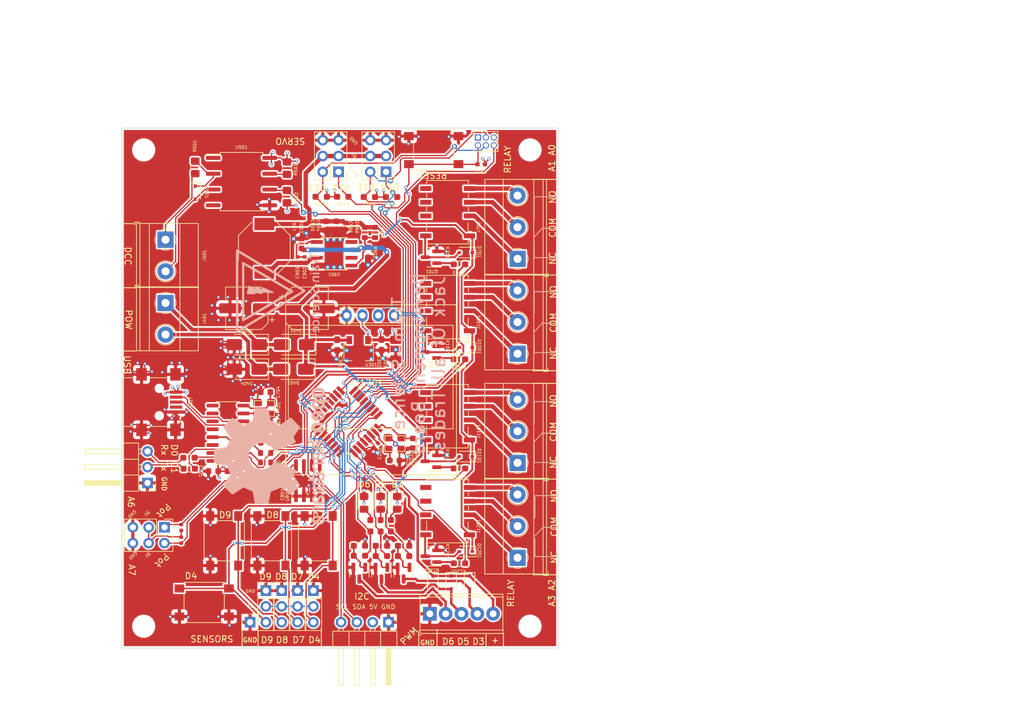
<source format=kicad_pcb>
(kicad_pcb (version 20221018) (generator pcbnew)
  (layers (0 "F.Cu" signal) (1 "In1.Cu" signal) (2 "In2.Cu" signal) (31 "B.Cu" signal) (34 "B.Paste" user) (35 "F.Paste" user) (36 "B.SilkS" user "B.Silkscreen") (37 "F.SilkS" user "F.Silkscreen") (38 "B.Mask" user) (39 "F.Mask" user) (44 "Edge.Cuts" user))
  (net 0 "")
  (net 1 "Net-(U901-BS)")
  (net 2 "Net-(U901-SW)")
  (net 3 "Net-(U901-FB)")
  (net 6 "GND")
  (net 8 "Net-(J701-D-)")
  (net 9 "Net-(J701-D+)")
  (net 11 "Net-(U701-XI)")
  (net 12 "Net-(U701-XO)")
  (net 13 "Net-(U701-V3)")
  (net 14 "Net-(U701-~{DTR})")
  (net 15 "Net-(U701-TXD)")
  (net 16 "Net-(U701-RXD)")
  (net 23 "/CPU/X1")
  (net 24 "+5V")
  (net 25 "/CPU/X2")
  (net 26 "VCC")
  (net 27 "Net-(D501-K)")
  (net 28 "Net-(U501-EN)")
  (net 29 "/SDA")
  (net 30 "/SCL")
  (net 32 "/reset")
  (net 33 "+5VA")
  (net 34 "/P2")
  (net 35 "/P1")
  (net 36 "Net-(D401-A)")
  (net 37 "Net-(D403-A)")
  (net 38 "Net-(D501-A)")
  (net 39 "Net-(D701-A)")
  (net 40 "Net-(D901-A)")
  (net 41 "Net-(D902-A)")
  (net 42 "Net-(D903-A)")
  (net 43 "Net-(D1001-A)")
  (net 44 "Net-(D1101-A)")
  (net 45 "Net-(D1201-A)")
  (net 46 "/S1")
  (net 47 "/S2")
  (net 48 "Net-(J702-Pin_1)")
  (net 49 "Net-(J702-Pin_2)")
  (net 50 "Net-(J702-Pin_3)")
  (net 51 "Net-(J1001-Pin_1)")
  (net 52 "Net-(J1001-Pin_2)")
  (net 53 "Net-(J1001-Pin_3)")
  (net 54 "Net-(J1101-Pin_1)")
  (net 55 "Net-(J1101-Pin_2)")
  (net 56 "Net-(J1101-Pin_3)")
  (net 57 "Net-(J1201-Pin_1)")
  (net 58 "Net-(J1201-Pin_2)")
  (net 59 "Net-(J1201-Pin_3)")
  (net 60 "/S3")
  (net 61 "/S4")
  (net 74 "Net-(Q701-B)")
  (net 75 "Net-(Q1001-B)")
  (net 76 "Net-(Q1101-B)")
  (net 77 "Net-(Q1201-B)")
  (net 78 "/DCC")
  (net 79 "/Rx")
  (net 80 "/Tx")
  (net 81 "/R1")
  (net 82 "/L1")
  (net 83 "/L2")
  (net 84 "/L3")
  (net 85 "/R2")
  (net 86 "/R3")
  (net 87 "/R4")
  (net 88 "/SW1")
  (net 89 "/SW2")
  (net 90 "/SW3")
  (net 91 "/SW4")
  (net 92 "Net-(Q901-G)")
  (net 93 "Net-(J501-Pin_1)")
  (net 94 "Net-(Q902-G)")
  (net 95 "Net-(Q903-G)")
  (net 96 "Net-(J301-Pin_3)")
  (net 97 "Net-(J301-Pin_2)")
  (net 98 "Net-(D904-A)")
  (net 99 "Net-(D905-A)")
  (net 100 "Net-(D906-A)")
  (footprint "Connector_PinHeader_2.54mm:PinHeader_1x03_P2.54mm_Vertical" (layer "F.Cu") (at 194.691 152.273)
    (fp_text reference "J803" hide)
    (fp_text value "Conn_01x03_Pin")
  )
  (footprint "custom_kicad_lib_sk:tactile_SMD_6mm" (layer "F.Cu") (at 179.705 154.178)
    (fp_text reference "SW804" hide)
    (fp_text value "SW_Push")
  )
  (footprint "Resistor_SMD:R_0603_1608Metric" (layer "F.Cu") (at 205.486 94.755 90)
    (fp_text reference "R903")
    (fp_text value "150k")
  )
  (footprint "Package_TO_SOT_SMD:SOT-23" (layer "F.Cu") (at 216.106 146.751 180)
    (fp_text reference "Q1201")
    (fp_text value "NPN_TOR")
  )
  (footprint "Relay_SMD:Relay_DPDT_Omron_G6K-2F-Y" (layer "F.Cu") (at 218.773 106.746 180)
    (fp_text reference "K1001")
    (fp_text value "G6K-2F-Y-TR DC5")
  )
  (footprint "Diode_SMD:D_SMA" (layer "F.Cu") (at 186.531 116.713 180)
    (fp_text reference "D404")
    (fp_text value "SS53")
  )
  (footprint "Capacitor_SMD:C_0603_1608Metric" (layer "F.Cu") (at 181.177 133.096 180)
    (fp_text reference "C701")
    (fp_text value "10uF")
  )
  (footprint "MountingHole:MountingHole_3.2mm_M3" (layer "F.Cu") (at 170 158)
    (fp_text reference "REF**" hide)
    (fp_text value "MountingHole_3.2mm_M3")
  )
  (footprint "Resistor_SMD:R_0603_1608Metric" (layer "F.Cu") (at 207.137 94.755 -90)
    (fp_text reference "R901")
    (fp_text value "220k")
  )
  (footprint "Package_TO_SOT_SMD:SOT-23" (layer "F.Cu") (at 208.153 149.479 -90)
    (fp_text reference "Q902" hide)
    (fp_text value "AO3400A")
  )
  (footprint "Capacitor_SMD:C_0603_1608Metric_Pad1.08x0.95mm_HandSolder" (layer "F.Cu") (at 201.047 112.8385 -90)
    (fp_text reference "C301")
    (fp_text value "330nF")
  )
  (footprint "Diode_SMD:D_SOD-323" (layer "F.Cu") (at 178.268 88.365 -90)
    (fp_text reference "D501")
    (fp_text value "1N4148WS")
  )
  (footprint "Connector_PinHeader_2.54mm:PinHeader_2x03_P2.54mm_Vertical" (layer "F.Cu") (at 208.895 85.025 180)
    (fp_text reference "J601" hide)
    (fp_text value "Conn_02x03_Odd_Even")
  )
  (footprint "Package_SO:TI_SO-PowerPAD-8" (layer "F.Cu") (at 200.5655 98.184)
    (fp_text reference "U901")
    (fp_text value "MT2499A")
  )
  (footprint "custom_kicad_lib_sk:R_0603_smalltext" (layer "F.Cu") (at 177.2685 130.937)
    (fp_text reference "R301" hide)
    (fp_text value "100R")
  )
  (footprint "Connector_PinHeader_2.54mm:PinHeader_1x03_P2.54mm_Vertical" (layer "F.Cu") (at 189.611 152.273)
    (fp_text reference "J805" hide)
    (fp_text value "Conn_01x03_Pin")
  )
  (footprint "MountingHole:MountingHole_3.2mm_M3" (layer "F.Cu") (at 232 81.5)
    (fp_text reference "REF**" hide)
    (fp_text value "MountingHole_3.2mm_M3")
  )
  (footprint "Connector_USB:USB_Mini-B_Lumberg_2486_01_Horizontal" (layer "F.Cu") (at 172.5 122 -90)
    (fp_text reference "J701")
    (fp_text value "USB_B_Mini")
  )
  (footprint "custom_kicad_lib_sk:tactile_SMD_6mm" (layer "F.Cu") (at 198.08 144.272 -90)
    (fp_text reference "SW801" hide)
    (fp_text value "SW_Push")
  )
  (footprint "Resistor_SMD:R_0603_1608Metric" (layer "F.Cu") (at 205.994 97.93 -90)
    (fp_text reference "R902")
    (fp_text value "20k")
  )
  (footprint "custom_kicad_lib_sk:R_0603_smalltext" (layer "F.Cu") (at 206.2245 89.07)
    (fp_text reference "R602")
    (fp_text value "10k")
  )
  (footprint "TerminalBlock_Phoenix:TerminalBlock_Phoenix_MKDS-1,5-2-5.08_1x02_P5.08mm_Horizontal" (layer "F.Cu") (at 173.5 106.08 -90)
    (fp_text reference "J401")
    (fp_text value "Screw_Terminal_01x02")
  )
  (footprint "Capacitor_SMD:C_0402_1005Metric" (layer "F.Cu") (at 194.691 99.172 -90)
    (fp_text reference "C903")
    (fp_text value "22nF")
  )
  (footprint "TerminalBlock_Phoenix:TerminalBlock_Phoenix_MKDS-1,5-3-5.08_1x03_P5.08mm_Horizontal" (layer "F.Cu") (at 230 114.234 90)
    (fp_text reference "J1001")
    (fp_text value "Screw_Terminal_01x03")
  )
  (footprint "Relay_SMD:Relay_DPDT_Omron_G6K-2F-Y" (layer "F.Cu") (at 218.773 139.512 180)
    (fp_text reference "K1201")
    (fp_text value "G6K-2F-Y-TR DC5")
  )
  (footprint "custom_kicad_lib_sk:R_0603_smalltext" (layer "F.Cu") (at 211.709 145.0825)
    (fp_text reference "R910" hide)
    (fp_text value "22k")
  )
  (footprint "custom_kicad_lib_sk:R_0603_smalltext" (layer "F.Cu") (at 208.153 145.0825)
    (fp_text reference "R911" hide)
    (fp_text value "22k")
  )
  (footprint "Diode_SMD:D_SOD-323" (layer "F.Cu") (at 221.694 113.223 180)
    (fp_text reference "D1001")
    (fp_text value "1N4148WS")
  )
  (footprint "Connector_PinHeader_2.54mm:PinHeader_1x03_P2.54mm_Vertical" (layer "F.Cu") (at 197.231 152.273)
    (fp_text reference "J802" hide)
    (fp_text value "Conn_01x03_Pin")
  )
  (footprint "Diode_SMD:D_SOD-323" (layer "F.Cu") (at 221.694 97.983 180)
    (fp_text reference "D701")
    (fp_text value "1N4148WS")
  )
  (footprint "Package_SO:SOIC-16_3.9x9.9mm_P1.27mm" (layer "F.Cu") (at 183.525 127 180)
    (fp_text reference "U701")
    (fp_text value "CH340G")
  )
  (footprint "TerminalBlock_Phoenix:TerminalBlock_Phoenix_MKDS-1,5-3-5.08_1x03_P5.08mm_Horizontal" (layer "F.Cu") (at 230 131.76 90)
    (fp_text reference "J1101")
    (fp_text value "Screw_Terminal_01x03")
  )
  (footprint "Capacitor_SMD:C_0603_1608Metric_Pad1.08x0.95mm_HandSolder" (layer "F.Cu") (at 208.159 112.812 -90)
    (fp_text reference "C302")
    (fp_text value "100nF")
  )
  (footprint "Connector_PinHeader_2.54mm:PinHeader_2x03_P2.54mm_Vertical" (layer "F.Cu") (at 201.275 85.025 180)
    (fp_text reference "J1301" hide)
    (fp_text value "Conn_02x03_Odd_Even")
  )
  (footprint "Connector_PinHeader_2.54mm:PinHeader_1x03_P2.54mm_Vertical" (layer "F.Cu") (at 192.151 152.273)
    (fp_text reference "J804" hide)
    (fp_text value "Conn_01x03_Pin")
  )
  (footprint "custom_kicad_lib_sk:crystal_arduino" (layer "F.Cu") (at 189.432 122.809)
    (fp_text reference "Y701")
    (fp_text value "Crystal")
  )
  (footprint "custom_kicad_lib_sk:R_0603_smalltext" (layer "F.Cu") (at 208.026 141.859 -90)
    (fp_text reference "R908" hide)
    (fp_text value "3k3")
  )
  (footprint "Capacitor_SMD:C_0603_1608Metric" (layer "F.Cu") (at 200.929 93.739 -90)
    (fp_text reference "C904")
    (fp_text value "22uF")
  )
  (footprint "Connector_PinHeader_2.54mm:PinHeader_1x04_P2.54mm_Horizontal" (layer "F.Cu") (at 209.296 157.353 -90)
    (fp_text reference "J1601" hide)
    (fp_text value "Conn_01x04_Pin")
  )
  (footprint "Package_TO_SOT_SMD:SOT-23" (layer "F.Cu") (at 211.709 149.4765 -90)
    (fp_text reference "Q901" hide)
    (fp_text value "AO3400A")
  )
  (footprint "Capacitor_SMD:C_0603_1608Metric" (layer "F.Cu") (at 189.559 120.396 180)
    (fp_text reference "C704")
    (fp_text value "22pF")
  )
  (footprint "Package_QFP:TQFP-32_7x7mm_P0.8mm" (layer "F.Cu") (at 202.646268 125.139268 135)
    (fp_text reference "U202")
    (fp_text value "ATmega328-A")
  )
  (footprint "MountingHole:MountingHole_3.2mm_M3" (layer "F.Cu") (at 170 81.5)
    (fp_text reference "REF**" hide)
    (fp_text value "MountingHole_3.2mm_M3")
  )
  (footprint "Connector_PinSocket_1.27mm:PinSocket_2x03_P1.27mm_Vertical" (layer "F.Cu") (at 223.647 79.502 90)
    (fp_text reference "U201" hide)
    (fp_text value "HEADER_3x2")
  )
  (footprint "TerminalBlock_Phoenix:TerminalBlock_Phoenix_MPT-0,5-5-2.54_1x05_P2.54mm_Horizontal" (layer "F.Cu") (at 215.92 156)
    (fp_text reference "J901" hide)
    (fp_text value "Screw_Terminal_01x05")
  )
  (footprint "custom_kicad_lib_sk:crystal_arduino" (layer "F.Cu") (at 210.369268 128.450268)
    (fp_text reference "Y201")
    (fp_text value "Crystal_GND2")
  )
  (footprint "Resistor_SMD:R_0402_1005Metric_Pad0.72x0.64mm_HandSolder" (layer "F.Cu") (at 224.155 83.82 180)
    (fp_text reference "R202")
    (fp_text value "10k")
  )
  (footprint "Resistor_SMD:R_0805_2012Metric_Pad1.20x1.40mm_HandSolder" (layer "F.Cu") (at 178.268 84.301 90)
    (fp_text reference "R501")
    (fp_text value "1k")
  )
  (footprint "Capacitor_SMD:C_0402_1005Metric" (layer "F.Cu") (at 202.311 93.741 -90)
    (fp_text reference "C906")
    (fp_text value "100nF")
  )
  (footprint "LED_SMD:LED_0805_2012Metric_Pad1.15x1.40mm_HandSolder" (layer "F.Cu") (at 208.026 138.176 -90)
    (fp_text reference "D902" hide)
    (fp_text value "LED")
  )
  (footprint "Package_TO_SOT_SMD:SOT-23" (layer "F.Cu") (at 204.597 149.479 -90)
    (fp_text reference "Q903" hide)
    (fp_text value "AO3400A")
  )
  (footprint "custom_kicad_lib_sk:R_0603_smalltext" (layer "F.Cu") (at 220.678 147.893999 180)
    (fp_text reference "R1201")
    (fp_text value "1k")
  )
  (footprint "Capacitor_SMD:C_0402_1005Metric" (layer "F.Cu") (at 176.022 142.141 90)
    (fp_text reference "C1401" hide)
    (fp_text value "100nF")
  )
  (footprint "Capacitor_SMD:C_0402_1005Metric" (layer "F.Cu") (at 176.022 144.173 90)
    (fp_text reference "C1402" hide)
    (fp_text value "100nF")
  )
  (footprint "TerminalBlock_Phoenix:TerminalBlock_Phoenix_MKDS-1,5-3-5.08_1x03_P5.08mm_Horizontal" (layer "F.Cu") (at 230 147 90)
    (fp_text reference "J1201")
    (fp_text value "Screw_Terminal_01x03")
  )
  (footprint "Package_TO_SOT_SMD:SOT-23" (layer "F.Cu") (at 216.106 131.511 180)
    (fp_text reference "Q1101")
    (fp_text value "NPN_TOR")
  )
  (footprint "Diode_SMD:D_SOD-323" (layer "F.Cu") (at 219.358 150.969 -90)
    (fp_text reference "D905" hide)
    (fp_text value "1N4148WS")
  )
  (footprint "custom_kicad_lib_sk:128x64OLED" (layer "F.Cu") (at 206.185 118.677)
    (fp_text reference "J1701")
    (fp_text value "Conn_01x04_Pin")
  )
  (footprint "Resistor_SMD:R_0603_1608Metric" (layer "F.Cu") (at 189.572 131.699)
    (fp_text reference "R701")
    (fp_text value "1k")
  )
  (footprint "Capacitor_SMD:C_0603_1608Metric" (layer "F.Cu") (at 213.197268 128.609268 90)
    (fp_text reference "C203")
    (fp_text value "12pF")
  )
  (footprint "Capacitor_SMD:C_0603_1608Metric" (layer "F.Cu") (at 189.559 128.524)
    (fp_text reference "C706")
    (fp_text value "100nF")
  )
  (footprint "custom_kicad_lib_sk:R_0603_smalltext" (layer "F.Cu") (at 220.678 99.887999 180)
    (fp_text reference "R703")
    (fp_text value "1k")
  )
  (footprint "Capacitor_SMD:C_0603_1608Metric" (layer "F.Cu") (at 199.263 93.739 -90)
    (fp_text reference "C905")
    (fp_text value "22uF")
  )
  (footprint "Diode_SMD:D_SOD-323" (layer "F.Cu") (at 221.694 145.989 180)
    (fp_text reference "D1201")
    (fp_text value "1N4148WS")
  )
  (footprint "Package_TO_SOT_SMD:SOT-23" (layer "F.Cu") (at 216.106 113.985 180)
    (fp_text reference "Q1001")
    (fp_text value "NPN_TOR")
  )
  (footprint "custom_kicad_lib_sk:R_0603_smalltext" (layer "F.Cu") (at 220.678 132.654 180)
    (fp_text reference "R1101")
    (fp_text value "1k")
  )
  (footprint "MountingHole:MountingHole_3.2mm_M3" (layer "F.Cu") (at 232 158)
    (fp_text reference "REF**" hide)
    (fp_text value "MountingHole_3.2mm_M3")
  )
  (footprint "custom_kicad_lib_sk:R_0603_smalltext" (layer "F.Cu") (at 209.677 141.859 -90)
    (fp_text reference "R907" hide)
    (fp_text value "3k3")
  )
  (footprint "Capacitor_SMD:C_0603_1608Metric" (layer "F.Cu") (at 189.636 125.569)
    (fp_text reference "C703")
    (fp_text value "22pF")
  )
  (footprint "custom_kicad_lib_sk:R_0603_smalltext" (layer "F.Cu") (at 204.6205 146.6825 180)
    (fp_text reference "R906" hide)
    (fp_text value "22R")
  )
  (footprint "Capacitor_SMD:C_0603_1608Metric" (layer "F.Cu") (at 184.225 133.096)
    (fp_text reference "C702")
    (fp_text value "100nF")
  )
  (footprint "custom_kicad_lib_sk:tactile_SMD_6mm" (layer "F.Cu") (at 182.92 144.272 -90)
    (fp_text reference "SW803" hide)
    (fp_text value "SW_Push")
  )
  (footprint "Diode_SMD:D_SMA" (layer "F.Cu") (at 186.531 112.776 180)
    (fp_text reference "D402")
    (fp_text value "SS53")
  )
  (footprint "Capacitor_SMD:CP_Elec_6.3x5.8" (layer "F.Cu") (at 186.563 106.934 180)
    (fp_text reference "C401" hide)
    (fp_text value "100uF")
  )
  (footprint "custom_kicad_lib_sk:R_0603_smalltext" (layer "F.Cu") (at 211.709 146.7335 180)
    (fp_text reference "R904" hide)
    (fp_text value "22R")
  )
  (footprint "Connector_PinHeader_2.54mm:PinHeader_1x03_P2.54mm_Horizontal" (layer "F.Cu") (at 170.618 134.986 180)
    (fp_text reference "J301" hide)
    (fp_text value "Conn_01x03_Pin")
  )
  (footprint "custom_kicad_lib_sk:R_0603_smalltext" (layer "F.Cu") (at 201.945 89.027 180)
    (fp_text reference "R1301")
    (fp_text value "10k")
  )
  (footprint "Diode_SMD:D_SOD-323" (layer "F.Cu") (at 222.308 150.969 -90)
    (fp_text reference "D904" hide)
    (fp_text value "1N4148WS")
  )
  (footprint "Capacitor_SMD:CP_Elec_6.3x5.8" (layer "F.Cu") (at 196.215 106.934)
    (fp_text reference "C402" hide)
    (fp_text value "100uF")
  )
  (footprint "Inductor_SMD:L_Bourns-SRU8028_8.0x8.0mm" (layer "F.Cu") (at 189.357 97.295 90)
    (fp_text reference "L901")
    (fp_text value "L")
  )
  (footprint "Relay_SMD:Relay_DPDT_Omron_G6K-2F-Y" (layer "F.Cu") (at 218.773 124.272 180)
    (fp_text reference "K1101")
    (fp_text value "G6K-2F-Y-TR DC5")
  )
  (footprint "LED_SMD:LED_0805_2012Metric_Pad1.15x1.40mm_HandSolder" (layer "F.Cu") (at 205.359 138.176 -90)
    (fp_text reference "D903" hide)
    (fp_text value "LED")
  )
  (footprint "Package_TO_SOT_SMD:SOT-89-3" (layer "F.Cu") (at 204.5 114 -90)
    (fp_text reference "U301")
    (fp_text value "L78L05_SOT89")
  )
  (footprint "Capacitor_SMD:C_0402_1005Metric" (layer "F.Cu") (at 195.834 99.172 -90)
    (fp_text reference "C902")
    (fp_text value "100nF")
  )
  (footprint "Capacitor_SMD:C_0603_1608Metric" (layer "F.Cu") (at 210.276268 131.371268 180)
    (fp_text reference "C201")
    (fp_text value "12pF")
  )
  (footprint "Capacitor_SMD:C_0402_1005Metric" (layer "F.Cu") (at 207.269857 128.948679 -135)
    (fp_text reference "C202")
    (fp_text value "100nF")
  )
  (footprint "TerminalBlock_Phoenix:TerminalBlock_Phoenix_MKDS-1,5-3-5.08_1x03_P5.08mm_Horizontal" (layer "F.Cu") (at 230 98.994 90)
    (fp_text reference "J702")
    (fp_text value "Screw_Terminal_01x03")
  )
  (footprint "Resistor_SMD:R_0805_2012Metric_Pad1.20x1.40mm_HandSolder" (layer "F.Cu") (at 193 89 90)
    (fp_text reference "R503")
    (fp_text value "10k")
  )
  (footprint "custom_kicad_lib_sk:R_0603_smalltext" (layer "F.Cu") (at 220.678 115.127999 180)
    (fp_text reference "R1001")
    (fp_text value "1k")
  )
  (footprint "LED_SMD:LED_0805_2012Metric_Pad1.15x1.40mm_HandSolder" (layer "F.Cu") (at 210.693 138.176 -90)
    (fp_text reference "D901" hide)
    (fp_text value "LED")
  )
  (footprint "Diode_SMD:D_SOD-323" (layer "F.Cu") (at 216.408 150.969 -90)
    (fp_text reference "D906" hide)
    (fp_text value "1N4148WS")
  )
  (footprint "custom_kicad_lib_sk:R_0603_smalltext" (layer "F.Cu") (at 204.6205 145.0825)
    (fp_text reference "R912" hide)
    (fp_text value "22k")
  )
  (footprint "Resistor_SMD:R_0603_1608Metric" (layer "F.Cu") (at 189.572 130.175 180)
    (fp_text reference "R702")
    (fp_text value "1k")
  )
  (footprint "Connector_PinHeader_2.54mm:PinHeader_1x01_P2.54mm_Vertical" (layer "F.Cu") (at 187.071 157.353 -90)
    (fp_text reference "J806" hide)
    (fp_text value "Conn_01x01_Pin")
  )
  (footprint "Diode_SMD:D_SOD-323" (layer "F.Cu") (at 221.694 130.749 180)
    (fp_text reference "D1101")
    (fp_text value "1N4148WS")
  )
  (footprint "custom_kicad_lib_sk:R_0603_smalltext" (layer "F.Cu") (at 209.7805 89.07 180)
    (fp_text reference "R601")
    (fp_text value "10k")
  )
  (footprint "Capacitor_SMD:C_0603_1608Metric" (layer "F.Cu") (at 195.326 96.533 90)
    (fp_text reference "C901")
    (fp_text value "22uF")
  )
  (footprint "custom_kicad_lib_sk:tactile_SMD_6mm" (layer "F.Cu") (at 216.535 81.534)
    (fp_text reference "SW202" hide)
    (fp_text value "SW_Push")
  )
  (footprint "TerminalBlock_Phoenix:TerminalBlock_Phoenix_MKDS-1,5-2-5.08_1x02_P5.08mm_Horizontal" (layer "F.Cu") (at 173.5 95.92 -90)
    (fp_text reference "J501")
    (fp_text value "Screw_Terminal_01x02")
  )
  (footprint "custom_kicad_lib_sk:R_0603_smalltext" (layer "F.Cu") (at 177.3155 132.715)
    (fp_text reference "R302" hide)
    (fp_text value "100R")
  )
  (footprint "Package_TO_SOT_SMD:SOT-23" (layer "F.Cu") (at 216.106 98.745 180)
    (fp_text reference "Q701")
    (fp_text value "NPN_TOR")
  )
  (footprint "Diode_SMD:D_SMA" (layer "F.Cu") (at 194.151 112.776 180)
    (fp_text reference "D401")
    (fp_text value "SS53")
  )
  (footprint "Capacitor_SMD:C_0402_1005Metric" (layer "F.Cu") (at 188.924 127 180)
    (fp_text reference "C705")
    (fp_text value "100nF")
  )
  (footprint "custom_kicad_lib_sk:R_0603_smalltext" (layer "F.Cu") (at 198.4925 89.027)
    (fp_text reference "R1302")
    (fp_text value "10k")
  )
  (footprint "Capacitor_SMD:C_0603_1608Metric" (layer "F.Cu") (at 192.786 134.19 90)
    (fp_text reference "C801")
    (fp_text value "100nF")
  )
  (footprint "Relay_SMD:Relay_DPDT_Omron_G6K-2F-Y" (layer "F.Cu") (at 218.773 91.506 180)
    (fp_text reference "K701")
    (fp_text value "G6K-2F-Y-TR DC5")
  )
  (footprint "custom_kicad_lib_sk:tactile_SMD_6mm" (layer "F.Cu") (at 190.5 144.272 -90)
    (fp_text reference "SW802" hide)
    (fp_text value "SW_Push")
  )
  (footprint "custom_kicad_lib_sk:R_0603_smalltext" (layer "F.Cu") (at 206.375 141.859 -90)
    (fp_text reference "R909" hide)
    (fp_text value "3k3")
  )
  (footprint "Capacitor_SMD:C_1206_3216Metric_Pad1.33x1.80mm_HandSolder" (layer "F.Cu") (at 210.445 113.574 -90)
    (fp_text reference "C303")
    (fp_text value "100uF")
  )
  (footprint "Connector_PinHeader_2.54mm:PinHeader_2x03_P2.54mm_Vertical" (layer "F.Cu") (at 173.34 142.108 -90)
    (fp_text reference "J1401" hide)
    (fp_text value "Conn_02x03_Odd_Even")
  )
  (footprint "Resistor_SMD:R_0805_2012Metric_Pad1.20x1.40mm_HandSolder" (layer "F.Cu") (at 193 84.428 -90)
    (fp_text reference "R502")
    (fp_text value "10k")
  )
  (footprint "Diode_SMD:D_SMA" (layer "F.Cu") (at 194.024 116.713 180)
    (fp_text reference "D403")
    (fp_text value "SS53")
  )
  (footprint "Package_SO:SOP-8_6.62x9.15mm_P2.54mm" (layer "F.Cu") (at 185.69 86.589)
    (fp_text reference "U501")
    (fp_text value "6N137")
  )
  (footprint "Package_SO:SOIC-8_3.9x4.9mm_P1.27mm" (layer "F.Cu") (at 196.342 134.62 90)
    (fp_text reference "U801")
    (fp_text value "24LC256")
  )
  (footprint "custom_kicad_lib_sk:R_0603_smalltext" (layer "F.Cu") (at 208.153 146.7335 180)
    (fp_text reference "R905" hide)
    (fp_text value "22R")
  )
  (footprint "kicad_images:Train-Science logo" (layer "B.Cu") (at 191.643 104.267 -90)
    (fp_text reference "G***" hide)
    (fp_text value "LOGO" hide)
  )
  (footprint "Symbol:OSHW-Logo2_24.3x20mm_SilkScreen" (layer "B.Cu") (at 190.5 130.683 -90)
    (fp_text reference "REF**" hide)
    (fp_text value "OSHW-Logo2_24.3x20mm_SilkScreen" hide)
  )
  (gr_line (start 236.093 127) (end 233.934 127) (stroke (width 0.15)) (layer "B.SilkS"))
  (gr_line (start 236.093 94.107) (end 233.934 94.107) (stroke (width 0.15)) (layer "B.SilkS"))
  (gr_line (start 234.061 142.113) (end 232.791 143.51) (stroke (width 0.15)) (layer "B.SilkS"))
  (gr_line (start 232.791 146.812) (end 236.347 146.812) (stroke (width 0.15)) (layer "B.SilkS"))
  (gr_line (start 236.093 109.347) (end 233.934 109.347) (stroke (width 0.15)) (layer "B.SilkS"))
  (gr_line (start 236.22 142.113) (end 234.061 142.113) (stroke (width 0.15)) (layer "B.SilkS"))
  (gr_line (start 232.664 121.92) (end 232.664 125.476) (stroke (width 0.15)) (layer "B.SilkS"))
  (gr_line (start 232.664 98.806) (end 236.22 98.806) (stroke (width 0.15)) (layer "B.SilkS"))
  (gr_line (start 232.664 111.125) (end 232.664 114.046) (stroke (width 0.15)) (layer "B.SilkS"))
  (gr_line (start 232.664 104.267) (end 232.664 107.823) (stroke (width 0.15)) (layer "B.SilkS"))
  (gr_line (start 233.934 94.107) (end 232.664 95.504) (stroke (width 0.15)) (layer "B.SilkS"))
  (gr_line (start 236.22 89.027) (end 232.664 89.027) (stroke (width 0.15)) (layer "B.SilkS"))
  (gr_line (start 232.664 95.885) (end 232.664 98.806) (stroke (width 0.15)) (layer "B.SilkS"))
  (gr_line (start 232.791 143.891) (end 232.791 146.812) (stroke (width 0.15)) (layer "B.SilkS"))
  (gr_line (start 232.664 128.778) (end 232.664 131.699) (stroke (width 0.15)) (layer "B.SilkS"))
  (gr_line (start 236.347 137.033) (end 232.791 137.033) (stroke (width 0.15)) (layer "B.SilkS"))
  (gr_line (start 232.664 131.699) (end 236.22 131.699) (stroke (width 0.15)) (layer "B.SilkS"))
  (gr_line (start 233.934 109.347) (end 232.664 110.744) (stroke (width 0.15)) (layer "B.SilkS"))
  (gr_line (start 232.664 114.046) (end 236.22 114.046) (stroke (width 0.15)) (layer "B.SilkS"))
  (gr_line (start 236.22 121.92) (end 232.664 121.92) (stroke (width 0.15)) (layer "B.SilkS"))
  (gr_line (start 233.934 127) (end 232.664 128.397) (stroke (width 0.15)) (layer "B.SilkS"))
  (gr_line (start 232.791 137.033) (end 232.791 140.589) (stroke (width 0.15)) (layer "B.SilkS"))
  (gr_line (start 236.22 104.267) (end 232.664 104.267) (stroke (width 0.15)) (layer "B.SilkS"))
  (gr_line (start 232.664 89.027) (end 232.664 92.583) (stroke (width 0.15)) (layer "B.SilkS"))
  (gr_line (start 236.474 134.366) (end 232.6 134.36) (stroke (width 0.15)) (layer "F.SilkS"))
  (gr_line (start 236.347 149.733) (end 232.473 149.727) (stroke (width 0.15)) (layer "F.SilkS"))
  (gr_line (start 236.347 116.967) (end 232.473 116.961) (stroke (width 0.15)) (layer "F.SilkS"))
  (gr_line (start 168.656 103.632) (end 166.878 103.632) (stroke (width 0.15)) (layer "F.SilkS"))
  (gr_line (start 168.402 93.345) (end 166.624 93.345) (stroke (width 0.15)) (layer "F.SilkS"))
  (gr_line (start 217.068 161.334) (end 217.068 158.54) (stroke (width 0.15)) (layer "F.SilkS"))
  (gr_line (start 198.501 161.29) (end 198.501 158.369) (stroke (width 0.15)) (layer "F.SilkS"))
  (gr_line (start 185.801 161.29) (end 185.801 158.6865) (stroke (width 0.15)) (layer "F.SilkS"))
  (gr_line (start 236.347 86.233) (end 232.473 86.227) (stroke (width 0.15)) (layer "F.SilkS"))
  (gr_line (start 168.656 113.792) (end 166.878 113.792) (stroke (width 0.15)) (layer "F.SilkS"))
  (gr_line (start 236.474 101.6) (end 232.6 101.594) (stroke (width 0.15)) (layer "F.SilkS"))
  (gr_line (start 236.347 118.999) (end 232.473 118.993) (stroke (width 0.15)) (layer "F.SilkS"))
  (gr_line (start 227.731 161.207) (end 227.731 159.175) (stroke (width 0.15)) (layer "F.SilkS"))
  (gr_line (start 188.341 161.29) (end 188.341 158.623) (stroke (width 0.15)) (layer "F.SilkS"))
  (gr_line (start 214.142 161.461) (end 214.142 159.429) (stroke (width 0.15)) (layer "F.SilkS"))
  (gr_line (start 224.937 161.334) (end 224.937 159.302) (stroke (width 0.15)) (layer "F.SilkS"))
  (gr_rect (start 166.5 78) (end 236.5 161.5) (stroke (width 0.1)) (fill none) (layer "Edge.Cuts"))
  (gr_text "Train-Science\nDevelopment Board\nJack Of all Trades" (at 214.122 115.824 90) (layer "B.SilkS") (effects (font (size 2 2) (thickness 0.3) bold) (justify mirror)))
  (gr_text "D4" (at 196.342 160.782) (layer "F.SilkS") (effects (font (size 1 1)) (justify left bottom)))
  (gr_text "DCC" (at 166.878 98.552 270) (layer "F.SilkS") (effects (font (size 1 1)) (justify bottom)))
  (gr_text "GND" (at 187.071 160.655) (layer "F.SilkS") (effects (font (size 0.75 0.75)) (justify bottom)))
  (gr_text "A7" (at 167.513 147.955 270) (layer "F.SilkS") (effects (font (size 1 1)) (justify left bottom)))
  (gr_text "Pot" (at 173.736 138.044 225) (layer "F.SilkS") (effects (font (size 1 1)) (justify left bottom)))
  (gr_text "D13" (at 199.39 86.995 180) (layer "F.SilkS") (effects (font (size 1 1)) (justify left bottom)))
  (gr_text "D8" (at 191.008 150.622) (layer "F.SilkS") (effects (font (size 1 1)) (justify left bottom)))
  (gr_text "GND" (at 186.309 152.654) (layer "F.SilkS") (effects (font (size 0.5 0.5) (thickness 0.075)) (justify left bottom)))
  (gr_text "D7" (at 196.977 140.716) (layer "F.SilkS") (effects (font (size 1 1)) (justify left bottom)))
  (gr_text "+" (at 225.699 160.826) (layer "F.SilkS") (effects (font (size 1 1)) (justify left bottom)))
  (gr_text "Pot" (at 173.482 146.045 225) (layer "F.SilkS") (effects (font (size 1 1)) (justify left bottom)))
  (gr_text "D4" (at 176.53 150.495) (layer "F.SilkS") (effects (font (size 1 1)) (justify left bottom)))
  (gr_text "D7" (at 193.802 160.782) (layer "F.SilkS") (effects (font (size 1 1)) (justify left bottom)))
  (gr_text "D3" (at 209.677 135.763) (layer "F.SilkS") (effects (font (size 1 1)) (justify left bottom)))
  (gr_text "D0\nRx\n" (at 172.72 128.651 270) (layer "F.SilkS") (effects (font (size 1 1)) (justify left bottom)))
  (gr_text "Servo\n" (at 204.724 85.598 135) (layer "F.SilkS") (effects (font (size 0.5 0.5) (thickness 0.075)) (justify left bottom)))
  (gr_text "A3 A2" (at 236.093 154.94 90) (layer "F.SilkS") (effects (font (size 1 1)) (justify left bottom)))
  (gr_text "D6" (at 217.805 161.036) (layer "F.SilkS") (effects (font (size 1 1)) (justify left bottom)))
  (gr_text "RELAY" (at 228.981 85.344 90) (layer "F.SilkS") (effects (font (size 1 1)) (justify left bottom)))
  (gr_text "D8" (at 189.611 140.716) (layer "F.SilkS") (effects (font (size 1 1)) (justify left bottom)))
  (gr_text "D9" (at 181.991 140.716) (layer "F.SilkS") (effects (font (size 1 1)) (justify left bottom)))
  (gr_text "A1 A0" (at 236.093 85.09 90) (layer "F.SilkS") (effects (font (size 1 1)) (justify left bottom)))
  (gr_text "D9" (at 188.722 160.782) (layer "F.SilkS") (effects (font (size 1 1)) (justify left bottom)))
  (gr_text "5V" (at 186.563 155.067) (layer "F.SilkS") (effects (font (size 0.5 0.5) (thickness 0.075)) (justify left bottom)))
  (gr_text "GND" (at 204.47 80.391 135) (layer "F.SilkS") (effects (font (size 0.5 0.5) (thickness 0.075)) (justify left bottom)))
  (gr_text "RELAY" (at 229.5 155 90) (layer "F.SilkS") (effects (font (size 1 1)) (justify left bottom)))
  (gr_text "5V" (at 170.8 145.978 -135) (layer "F.SilkS") (effects (font (size 0.5 0.5) (thickness 0.075)) (justify left bottom)))
  (gr_text "D11" (at 207.264 86.868 180) (layer "F.SilkS") (effects (font (size 1 1)) (justify left bottom)))
  (gr_text "D6" (at 204.343 135.763) (layer "F.SilkS") (effects (font (size 1 1)) (justify left bottom)))
  (gr_text "D10" (at 211.074 86.868 180) (layer "F.SilkS") (effects (font (size 1 1)) (justify left bottom)))
  (gr_text "SCL SDA 5V GND" (at 200.787 155.321) (layer "F.SilkS") (effects (font (size 0.75 0.75) (thickness 0.1)) (justify left bottom)))
  (gr_text "POW" (at 167.005 107.061 270) (layer "F.SilkS") (effects (font (size 1 1)) (justify left bottom)))
  (gr_text "GND" (at 215.539 161.08) (layer "F.SilkS") (effects (font (size 0.75 0.75)) (justify bottom)))
  (gr_text "PWM" (at 213 160 45) (layer "F.SilkS") (effects (font (size 1 1)) (justify bottom)))
  (gr_text "5V" (at 204.343 82.55 135) (layer "F.SilkS") (effects (font (size 0.5 0.5) (thickness 0.075)) (justify left bottom)))
  (gr_text "D1\nTx" (at 172.72 131.445 270) (layer "F.SilkS") (effects (font (size 1 1)) (justify left bottom)))
  (gr_text "D4" (at 196.215 150.622) (layer "F.SilkS") (effects (font (size 1 1)) (justify left bottom)))
  (gr_text "GND" (at 168.514 139.187 -135) (layer "F.SilkS") (effects (font (size 0.5 0.5) (thickness 0.075)) (justify left bottom)))
  (gr_text "D5" (at 206.883 135.763) (layer "F.SilkS") (effects (font (size 1 1)) (justify left bottom)))
  (gr_text "5V" (at 170.673 139.314 -135) (layer "F.SilkS") (effects (font (size 0.5 0.5) (thickness 0.075)) (justify left bottom)))
  (gr_text "NC   COM   NO" (at 236.347 126.746 90) (layer "F.SilkS") (effects (font (size 1 1)) (justify bottom)))
  (gr_text "GND" (at 172.847 135.128 -90) (layer "F.SilkS") (effects (font (size 0.75 0.75)) (justify bottom)))
  (gr_text "D7" (at 193.548 150.622) (layer "F.SilkS") (effects (font (size 1 1)) (justify left bottom)))
  (gr_text "GND" (at 168.641 145.851 -135) (layer "F.SilkS") (effects (font (size 0.5 0.5) (thickness 0.075)) (justify left bottom)))
  (gr_text "SENSORS" (at 177.419 160.655) (layer "F.SilkS") (effects (font (size 1 1)) (justify left bottom)))
  (gr_text "NC   COM   NO" (at 236.347 109.22 90) (layer "F.SilkS") (effects (font (size 1 1)) (justify bottom)))
  (gr_text "D9" (at 188.468 150.622) (layer "F.SilkS") (effects (font (size 1 1)) (justify left bottom)))
  (gr_text "A6" (at 167.386 137.033 270) (layer "F.SilkS") (effects (font (size 1 1)) (justify left bottom)))
  (gr_text "NC   COM   NO" (at 236.474 141.986 90) (layer "F.SilkS") (effects (font (size 1 1)) (justify bottom)))
  (gr_text "I2C " (at 203.708 153.797) (layer "F.SilkS") (effects (font (size 1 1)) (justify left bottom)))
  (gr_text "D8" (at 191.135 160.782) (layer "F.SilkS") (effects (font (size 1 1)) (justify left bottom)))
  (gr_text "D3" (at 222.651 161.036) (layer "F.SilkS") (effects (font (size 1 1)) (justify left bottom)))
  (gr_text "D12\n" (at 203.2 86.995 180) (layer "F.SilkS") (effects (font (size 1 1)) (justify left bottom)))
  (gr_text "D5" (at 220.218 161.036) (layer "F.SilkS") (effects (font (size 1 1)) (justify left bottom)))
  (gr_text "RESET" (at 218.821 84.963 180) (layer "F.SilkS") (effects (font (size 1 1)) (justify left bottom)))
  (gr_text "USB" (at 166.751 114.427 270) (layer "F.SilkS") (effects (font (size 1 1)) (justify left bottom)))
  (gr_text "SERVO" (at 196 79.5 180) (layer "F.SilkS") (effects (font (size 1 1)) (justify left bottom)))
  (gr_text "NC   COM   NO" (at 236.22 93.98 90) (layer "F.SilkS") (effects (font (size 1 1)) (justify bottom)))
  (segment (start 194.691 98.692) (end 195.834 98.692) (width 0.25) (layer "F.Cu") (net 1))
  (segment (start 194.526 96.855183) (end 194.848183 96.533) (width 0.25) (layer "F.Cu") (net 1))
  (segment (start 196.469 96.279) (end 196.215 96.533) (width 0.25) (layer "F.Cu") (net 1))
  (segment (start 197.7855 96.279) (end 196.469 96.279) (width 0.25) (layer "F.Cu") (net 1))
  (segment (start 194.848183 96.533) (end 196.215 96.533) (width 0.25) (layer "F.Cu") (net 1))
  (segment (start 194.526 98.527) (end 194.526 96.855183) (width 0.25) (layer "F.Cu") (net 1))
  (segment (start 194.691 98.692) (end 194.526 98.527) (width 0.25) (layer "F.Cu") (net 1))
  (segment (start 196.159807 99.652) (end 195.834 99.652) (width 0.7) (layer "F.Cu") (net 2))
  (segment (start 191.572 99.652) (end 190.029 101.195) (width 0.7) (layer "F.Cu") (net 2))
  (segment (start 196.992807 98.819) (end 196.159807 99.652) (width 0.7) (layer "F.Cu") (net 2))
  (segment (start 197.7855 98.819) (end 196.992807 98.819) (width 0.7) (layer "F.Cu") (net 2))
  (segment (start 190.029 101.195) (end 189.357 101.195) (width 0.7) (layer "F.Cu") (net 2))
  (segment (start 194.691 99.652) (end 191.572 99.652) (width 0.7) (layer "F.Cu") (net 2))
  (segment (start 195.834 99.652) (end 194.691 99.652) (width 0.7) (layer "F.Cu") (net 2))
  (segment (start 205.994 97.105) (end 205.194 97.905) (width 0.25) (layer "F.Cu") (net 3))
  (segment (start 205.486 95.58) (end 207.137 95.58) (width 0.25) (layer "F.Cu") (net 3))
  (segment (start 205.194 97.905) (end 205.194 98.857) (width 0.25) (layer "F.Cu") (net 3))
  (segment (start 205.486 95.58) (end 205.486 96.597) (width 0.25) (layer "F.Cu") (net 3))
  (segment (start 205.194 98.857) (end 203.962 100.089) (width 0.25) (layer "F.Cu") (net 3))
  (segment (start 205.486 96.597) (end 205.994 97.105) (width 0.25) (layer "F.Cu") (net 3))
  (segment (start 203.962 100.089) (end 203.3455 100.089) (width 0.25) (layer "F.Cu") (net 3))
  (segment (start 201.549 100.343) (end 201.549 95.898) (width 1) (layer "F.Cu") (net 6))
  (segment (start 210.445 115.1365) (end 210.445 113.574) (width 0.2) (layer "F.Cu") (net 6))
  (segment (start 184.41445 131.44097) (end 185.99597 131.44097) (width 0.2) (layer "F.Cu") (net 6))
  (segment (start 217.0435 130.561) (end 218.57 130.561) (width 0.2) (layer "F.Cu") (net 6))
  (segment (start 169.354 126.746) (end 169.65 126.45) (width 0.2) (layer "F.Cu") (net 6))
  (segment (start 209.519268 127.720268) (end 210.403268 128.604268) (width 0.25) (layer "F.Cu") (net 6))
  (segment (start 208.413 114.971) (end 206.635 114.971) (width 0.2) (layer "F.Cu") (net 6))
  (segment (start 183.769 157.861) (end 183.769 156.517) (width 0.2) (layer "F.Cu") (net 6))
  (segment (start 175.2 123.6) (end 175.2 123.892) (width 0.2) (layer "F.Cu") (net 6))
  (segment (start 199.263 100.089) (end 199.517 100.343) (width 1) (layer "F.Cu") (net 6))
  (segment (start 169.037 115.697) (end 169.65 116.31) (width 0.2) (layer "F.Cu") (net 6))
  (segment (start 205.359 138.176) (end 205.359 136.144) (width 0.2) (layer "F.Cu") (net 6))
  (segment (start 175.1 117.55) (end 176.201 117.55) (width 0.2) (layer "F.Cu") (net 6))
  (segment (start 174.498 124.302) (end 175.2 123.6) (width 0.2) (layer "F.Cu") (net 6))
  (segment (start 199.517 100.343) (end 199.517 95.898) (width 1) (layer "F.Cu") (net 6))
  (segment (start 175.2 123.892) (end 175.895 124.587) (width 0.2) (layer "F.Cu") (net 6))
  (segment (start 196.469 136.587) (end 196.469 136.333) (width 0.2) (layer "F.Cu") (net 6))
  (segment (start 216.789 145.5465) (end 217.0435 145.801) (width 0.2) (layer "F.Cu") (net 6))
  (segment (start 199.771 113.665) (end 201.011 113.665) (width 0.2) (layer "F.Cu") (net 6))
  (segment (start 202.571 113.701) (end 201.047 113.701) (width 0.2) (layer "F.Cu") (net 6))
  (segment (start 212.598 145.059) (end 212.6215 145.0825) (width 0.2) (layer "F.Cu") (net 6))
  (segment (start 205.958 113.701) (end 205.867 113.792) (width 0.2) (layer "F.Cu") (net 6))
  (segment (start 185.42 113.665) (end 184.531 112.776) (width 0.2) (layer "F.Cu") (net 6))
  (segment (start 188.282 120.898) (end 188.784 120.396) (width 0.25) (layer "F.Cu") (net 6))
  (segment (start 205.994 98.755) (end 207.327 98.755) (width 0.7) (layer "F.Cu") (net 6))
  (segment (start 212.469 79.375) (end 212.56 79.284) (width 0.2) (layer "F.Cu") (net 6))
  (segment (start 210.693 136.271) (end 210.439 136.017) (width 0.2) (layer "F.Cu") (net 6))
  (segment (start 205.934315 127.861629) (end 206.930446 128.85776) (width 0.2) (layer "F.Cu") (net 6))
  (segment (start 218.567 97.79) (end 217.0485 97.79) (width 0.2) (layer "F.Cu") (net 6))
  (segment (start 199.517 94.768) (end 199.263 94.514) (width 1) (layer "F.Cu") (net 6))
  (segment (start 214.122 79.375) (end 212.651 79.375) (width 0.2) (layer "F.Cu") (net 6))
  (segment (start 194.147 134.965) (end 194.564 135.382) (width 0.2) (layer "F.Cu") (net 6))
  (segment (start 213.197268 129.384268) (end 211.655268 129.384268) (width 0.25) (layer "F.Cu") (net 6))
  (segment (start 212.598 144.018) (end 212.598 145.059) (width 0.2) (layer "F.Cu") (net 6))
  (segment (start 197.358 135.636) (end 198.247 136.525) (width 0.2) (layer "F.Cu") (net 6))
  (segment (start 206.930446 128.85776) (end 206.930446 129.28809) (width 0.2) (layer "F.Cu") (net 6))
  (segment (start 217.043 97.7945) (end 217.0435 97.795) (width 0.2) (layer "F.Cu") (net 6))
  (segment (start 188.784 120.396) (end 188.784 120.395296) (width 0.2) (layer "F.Cu") (net 6))
  (segment (start 210.693 138.176) (end 210.693 136.271) (width 0.2) (layer "F.Cu") (net 6))
  (segment (start 194.437 135.509) (end 194.564 135.382) (width 0.2) (layer "F.Cu") (net 6))
  (segment (start 199.358221 122.416907) (end 199.251907 122.416907) (width 0.2) (layer "F.Cu") (net 6))
  (segment (start 184.531 118.364) (end 184.531 116.713) (width 0.2) (layer "F.Cu") (net 6))
  (segment (start 205.486 144.018) (end 205.486 145.0355) (width 0.2) (layer "F.Cu") (net 6))
  (segment (start 185.039 133.135) (end 185 133.096) (width 0.2) (layer "F.Cu") (net 6))
  (segment (start 196.773 94.311) (end 200.152 94.311) (width 0.7) (layer "F.Cu") (net 6))
  (segment (start 208.159 114.717) (end 208.413 114.971) (width 0.2) (layer "F.Cu") (net 6))
  (segment (start 176.911 123.571) (end 175.229 123.571) (width 0.2) (layer "F.Cu") (net 6))
  (segment (start 172.974 117.221) (end 173.303 117.55) (width 0.2) (layer "F.Cu") (net 6))
  (segment (start 183.68 156.428) (end 182.027 156.428) (width 0.2) (layer "F.Cu") (net 6))
  (segment (start 199.358221 122.416907) (end 199.505907 122.416907) (width 0.2) (layer "F.Cu") (net 6))
  (segment (start 218.44 145.796) (end 217.0485 145.796) (width 0.2) (layer "F.Cu") (net 6))
  (segment (start 188.119 122.079) (end 187.198 121.158) (width 0.2) (layer "F.Cu") (net 6))
  (segment (start 199.505907 122.416907) (end 200.406 123.317) (width 0.2) (layer "F.Cu") (net 6))
  (segment (start 206.508 113.701) (end 205.958 113.701) (width 0.2) (layer "F.Cu") (net 6))
  (segment (start 205.297399 129.487455) (end 205.864125 129.487455) (width 0.2) (layer "F.Cu") (net 6))
  (segment (start 170.18 115.824) (end 170.18 117.02) (width 0.2) (layer "F.Cu") (net 6))
  (segment (start 188.316 90.399) (end 190.215 90.399) (width 0.2) (layer "F.Cu") (net 6))
  (segment (start 182.372 113.284) (end 183.134 113.284) (width 0.2) (layer "F.Cu") (net 6))
  (segment (start 175.1 125.189) (end 175.1 126.45) (width 0.2) (layer "F.Cu") (net 6))
  (segment (start 183.515 113.792) (end 184.531 112.776) (width 0.2) (layer "F.Cu") (net 6))
  (segment (start 211.051268 131.371268) (end 211.705268 131.371268) (width 0.2) (layer "F.Cu") (net 6))
  (segment (start 182.027 156.428) (end 181.991 156.464) (width 0.2) (layer "F.Cu") (net 6))
  (segment (start 180.721 146.685) (end 180.721 148.196) (width 0.2) (layer "F.Cu") (net 6))
  (segment (start 211.705268 131.371268) (end 212.308268 130.768268) (width 0.2) (layer "F.Cu") (net 6))
  (segment (start 183.769 156.517) (end 183.68 156.428) (width 0.2) (layer "F.Cu") (net 6))
  (segment (start 194.437 137.095) (end 194.437 135.509) (width 0.2) (layer "F.Cu") (net 6))
  (segment (start 187.833 119.253) (end 187.833 119.445) (width 0.2) (layer "F.Cu") (net 6))
  (segment (start 176.201 117.55) (end 176.911 116.84) (width 0.2) (layer "F.Cu") (net 6))
  (segment (start 202.662 113.792) (end 202.571 113.701) (width 0.2) (layer "F.Cu") (net 6))
  (segment (start 184.023 112.268) (end 184.531 112.776) (width 0.2) (layer "F.Cu") (net 6))
  (segment (start 176.784 117.856) (end 175.406 117.856) (width 0.2) (layer "F.Cu") (net 6))
  (segment (start 208.159 113.6745) (end 208.159 114.717) (width 0.2) (layer "F.Cu") (net 6))
  (segment (start 212.651 79.375) (end 212.56 79.284) (width 0.2) (layer "F.Cu") (net 6))
  (segment (start 199.263 94.514) (end 199.466 94.311) (width 1) (layer "F.Cu") (net 6))
  (segment (start 188.25 148.247) (end 188.25 146.903) (width 0.2) (layer "F.Cu") (net 6))
  (segment (start 191.643 125.603) (end 190.445 125.603) (width 0.2) (layer "F.Cu") (net 6))
  (segment (start 185.42 114.808) (end 185.42 115.824) (width 0.2) (layer "F.Cu") (net 6))
  (segment (start 184.277 118.618) (end 184.531 118.364) (width 0.2) (layer "F.Cu") (net 6))
  (segment (start 180.721 140.348) (end 180.67 140.297) (width 0.2) (layer "F.Cu") (net 6))
  (segment (start 208.5785 115.1365) (end 208.413 114.971) (width 0.2) (layer "F.Cu") (net 6))
  (segment (start 205.867 113.792) (end 202.662 113.792) (width 0.2) (layer "F.Cu") (net 6))
  (segment (start 168.803 125.603) (end 169.65 126.45) (width 0.2) (layer "F.Cu") (net 6))
  (segment (start 188.849 120.331) (end 188.784 120.396) (width 0.2) (layer "F.Cu") (net 6))
  (segment (start 190.119 91.44) (end 190.119 89.408) (width 0.2) (layer "F.Cu") (net 6))
  (segment (start 182.372 117.602) (end 183.642 117.602) (width 0.2) (layer "F.Cu") (net 6))
  (segment (start 198.247 137.095) (end 194.437 137.095) (width 0.2) (layer "F.Cu") (net 6))
  (segment (start 181.991 108.806) (end 181.991 108.839) (width 0.2) (layer "F.Cu") (net 6))
  (segment (start 201.011 113.665) (end 201.047 113.701) (width 0.2) (layer "F.Cu") (net 6))
  (segment (start 169.65 116.31) (end 169.65 117.55) (width 0.2) (layer "F.Cu") (net 6))
  (segment (start 209.042 144.018) (end 209.042 145.059) (width 0.2) (layer "F.Cu") (net 6))
  (segment (start 211.655268 129.384268) (end 211.419268 129.620268) (width 0.25) (layer "F.Cu") (net 6))
  (segment (start 218.57 130.561) (end 218.646 130.485) (width 0.2) (layer "F.Cu") (net 6))
  (segment (start 180.721 141.732) (end 180.721 140.348) (width 0.2) (layer "F.Cu") (net 6))
  (segment (start 175.406 117.856) (end 175.1 117.55) (width 0.2) (layer "F.Cu") (net 6))
  (segment (start 202.311 94.311) (end 201.549 95.073) (width 1) (layer "F.Cu") (net 6))
  (segment (start 183.642 117.602) (end 184.531 116.713) (width 0.2) (layer "F.Cu") (net 6))
  (segment (start 183.007 116.205) (end 183.515 116.713) (width 0.2) (layer "F.Cu") (net 6))
  (segment (start 183.515 115.697) (end 184.531 116.713) (width 0.2) (layer "F.Cu") (net 6))
  (segment (start 188.087 141.732) (end 188.087 140.46) (width 0.2) (layer "F.Cu") (net 6))
  (segment (start 191.543 123.979) (end 191.643 124.079) (width 0.2) (layer "F.Cu") (net 6))
  (segment (start 206.06558 129.286) (end 206.928356 129.286) (width 0.2) (layer "F.Cu") (net 6))
  (segment (start 171.0608 126.992558) (end 170.192558 126.992558) (width 0.2) (layer "F.Cu") (net 6))
  (segment (start 196.469 135.382) (end 196.469 136.333) (width 0.2) (layer "F.Cu") (net 6))
  (segment (start 209.219268 127.720268) (end 209.519268 127.720268) (width 0.25) (layer "F.Cu") (net 6))
  (segment (start 206.019 99.937) (end 206.019 98.755) (width 1) (layer "F.Cu") (net 6))
  (segment (start 211.419268 129.620268) (end 211.419268 129.879268) (width 0.2) (layer "F.Cu") (net 6))
  (segment (start 217.0435 129.0095) (end 216.995 128.961) (width 0.2) (layer "F.Cu") (net 6))
  (segment (start 200.533 95.898) (end 200.533 100.343) (width 1) (layer "F.Cu") (net 6))
  (segment (start 189.404 127) (end 190.246 127) (width 0.2) (layer "F.Cu") (net 6))
  (segment (start 183.515 116.713) (end 184.531 116.713) (width 0.2) (layer "F.Cu") (net 6))
  (segment (start 211.051268 129.988268) (end 211.419268 129.620268) (width 0.25) (layer "F.Cu") (net 6))
  (segment (start 196.977 137.095) (end 196.469 136.587) (width 0.2) (layer "F.Cu") (net 6))
  (segment (start 194.056 95.771) (end 195.313 95.771) (width 0.7) (layer "F.Cu") (net 6))
  (segment (start 200.533 95.898) (end 200.533 94.91) (width 1) (layer "F.Cu") (net 6))
  (segment (start 180.34 133.158) (end 180.402 133.096) (width 0.2) (layer "F.Cu") (net 6))
  (segment (start 204.802944 128.993) (end 205.297399 129.487455) (width 0.2) (layer "F.Cu") (net 6))
  (segment (start 210.403268 128.604268) (end 210.403268 128.736268) (width 0.25) (layer "F.Cu") (net 6))
  (segment (start 206.930446 129.581446) (end 207.482268 130.133268) (width 0.2) (layer "F.Cu") (net 6))
  (segment (start 180.34 134.366) (end 180.34 133.158) (width 0.2) (layer "F.Cu") (net 6))
  (segment (start 208.026 138.176) (end 208.026 136.398) (width 0.2) (layer "F.Cu") (net 6))
  (segment (start 190.445 125.603) (end 190.411 125.569) (width 0.2) (layer "F.Cu") (net 6))
  (segment (start 217.0435 130.561) (end 217.0435 129.0095) (width 0.2) (layer "F.Cu") (net 6))
  (segment (start 195.961 146.812) (end 195.961 148.116) (width 0.2) (layer "F.Cu") (net 6))
  (segment (start 195.326 95.758) (end 196.773 94.311) (width 0.7) (layer "F.Cu") (net 6))
  (segment (start 183.134 113.284) (end 183.642 112.776) (width 0.2) (layer "F.Cu") (net 6))
  (segment (start 200.533 94.91) (end 200.929 94.514) (width 1) (layer "F.Cu") (net 6))
  (segment (start 210.535268 128.736268) (end 211.419268 129.620268) (width 0.25) (layer "F.Cu") (net 6))
  (segment (start 195.834 141.605) (end 195.834 140.301) (width 0.2) (layer "F.Cu") (net 6))
  (segment (start 205.864125 129.487455) (end 206.06558 129.286) (width 0.2) (layer "F.Cu") (net 6))
  (segment (start 186.055 133.096) (end 185 133.096) (width 0.2) (layer "F.Cu") (net 6))
  (segment (start 195.961 148.116) (end 195.83 148.247) (width 0.2) (layer "F.Cu") (net 6))
  (segment (start 216.789 144.78) (end 216.789 145.5465) (width 0.2) (layer "F.Cu") (net 6))
  (segment (start 206.930446 129.28809) (end 206.930446 129.581446) (width 0.2) (layer "F.Cu") (net 6))
  (segment (start 188.214 90.297) (end 188.316 90.399) (width 0.2) (layer "F.Cu") (net 6))
  (segment (start 180.721 148.196) (end 180.67 148.247) (width 0.2) (layer "F.Cu") (net 6))
  (segment (start 188.282 122.079) (end 188.119 122.079) (width 0.2) (layer "F.Cu") (net 6))
  (segment (start 170.37 125.73) (end 169.65 126.45) (width 0.2) (layer "F.Cu") (net 6))
  (segment (start 202.571 115.352) (end 202.825 115.098) (width 0.2) (layer "F.Cu") (net 6))
  (segment (start 192.913 136.017) (end 192.913 135.092) (width 0.2) (layer "F.Cu") (net 6))
  (segment (start 170.18 117.02) (end 169.65 117.55) (width 0.2) (layer "F.Cu") (net 6))
  (segment (start 201.549 95.073) (end 201.549 95.898) (width 1) (layer "F.Cu") (net 6))
  (segment (start 170.192558 126.992558) (end 169.65 126.45) (width 0.2) (layer "F.Cu") (net 6))
  (segment (start 197.358 135.509) (end 197.358 135.636) (width 0.2) (layer "F.Cu") (net 6))
  (segment (start 188.849 119.253) (end 188.849 120.331) (width 0.2) (layer "F.Cu") (net 6))
  (segment (start 174.326066 156.546066) (end 174.244 156.464) (width 0.2) (layer "F.Cu") (net 6))
  (segment (start 219.039 79.284) (end 218.948 79.375) (width 0.2) (layer "F.Cu") (net 6))
  (segment (start 217.0485 97.79) (end 217.0435 97.795) (width 0.2) (layer "F.Cu") (net 6))
  (segment (start 184.404 116.586) (end 184.531 116.713) (width 0.2) (layer "F.Cu") (net 6))
  (segment (start 197.7855 100.089) (end 199.263 100.089) (width 1) (layer "F.Cu") (net 6))
  (segment (start 183.515 114.808) (end 183.515 115.697) (width 0.2) (layer "F.Cu") (net 6))
  (segment (start 212.471 80.518) (end 212.471 79.373) (width 0.2) (layer "F.Cu") (net 6))
  (segment (start 184.531 117.475) (end 184.531 116.713) (width 0.2) (layer "F.Cu") (net 6))
  (segment (start 190.482 125.922) (end 189.404 127) (width 0.25) (layer "F.Cu") (net 6))
  (segment (start 195.707 133.604) (end 195.58 133.731) (width 0.2) (layer "F.Cu") (net 6))
  (segment (start 217.043 96.774) (end 217.043 97.7945) (width 0.2) (layer "F.Cu") (net 6))
  (segment (start 168.021 125.603) (end 168.803 125.603) (width 0.2) (layer "F.Cu") (net 6))
  (segment (start 205.486 145.0355) (end 205.533 145.0825) (width 0.2) (layer "F.Cu") (net 6))
  (segment (start 210.947 79.375) (end 212.469 79.375) (width 0.2) (layer "F.Cu") (net 6))
  (segment (start 171.323 117.094) (end 168.021 117.094) (width 0.2) (layer "F.Cu") (net 6))
  (segment (start 206.635 114.971) (end 206.508 115.098) (width 0.2) (layer "F.Cu") (net 6))
  (segment (start 184.404 114.808) (end 184.404 116.586) (width 0.2) (layer "F.Cu") (net 6))
  (segment (start 175.895 125.655) (end 175.1 126.45) (width 0.2) (layer "F.Cu") (net 6))
  (segment (start 208.159 113.6745) (end 206.5345 113.6745) (width 0.2) (layer "F.Cu") (net 6))
  (segment (start 177.163289 156.546066) (end 174.326066 156.546066) (width 0.2) (layer "F.Cu") (net 6))
  (segment (start 199.517 95.898) (end 199.517 94.768) (width 1) (layer "F.Cu") (net 6))
  (segment (start 199.466 94.311) (end 200.152 94.311) (width 1) (layer "F.Cu") (net 6))
  (segment (start 175.1 116.299) (end 175.1 117.55) (width 0.2) (layer "F.Cu") (net 6))
  (segment (start 198.247 136.525) (end 198.247 137.095) (width 0.2) (layer "F.Cu") (net 6))
  (segment (start 196.469 136.333) (end 195.707 137.095) (width 0.2) (layer "F.Cu") (net 6))
  (segment (start 211.419268 129.879268) (end 212.308268 130.768268) (width 0.2) (layer "F.Cu") (net 6))
  (segment (start 173.765 123.6) (end 175.2 123.6) (width 0.2) (layer "F.Cu") (net 6))
  (segment (start 182.372 112.268) (end 184.023 112.268) (width 0.2) (layer "F.Cu") (net 6))
  (segment (start 202.825 115.098) (end 206.508 115.098) (width 0.2) (layer "F.Cu") (net 6))
  (segment (start 196.977 135.89) (end 196.469 135.382) (width 0.2) (layer "F.Cu") (net 6))
  (segment (start 185.42 114.808) (end 185.42 113.665) (width 0.2) (layer "F.Cu") (net 6))
  (segment (start 207.327 98.755) (end 207.391 98.819) (width 0.7) (layer "F.Cu") (net 6))
  (segment (start 175.229 123.571) (end 175.2 123.6) (width 0.2) (layer "F.Cu") (net 6))
  (segment (start 192.786 134.965) (end 194.147 134.965) (width 0.2) (layer "F.Cu") (net 6))
  (segment (start 182.372 116.205) (end 183.007 116.205) (width 0.2) (layer "F.Cu") (net 6))
  (segment (start 193.929 134.366) (end 193.385 134.366) (width 0.2) (layer "F.Cu") (net 6))
  (segment (start 184.404 114.808) (end 184.531 114.681) (width 0.2) (layer "F.Cu") (net 6))
  (segment (start 184.531 114.681) (end 184.531 112.776) (width 0.2) (layer "F.Cu") (net 6))
  (segment (start 174.498 124.587) (end 175.1 125.189) (width 0.2) (layer "F.Cu") (net 6))
  (segment (start 202.571 115.352) (end 202.571 113.701) (width 0.2) (layer "F.Cu") (net 6))
  (segment (start 188.784 120.395296) (end 189.976017 119.203279) (width 0.2) (layer "F.Cu") (net 6))
  (segment (start 175.1 116.365) (end 175.1 117.55) (width 0.2) (layer "F.Cu") (net 6))
  (segment (start 206.928356 129.286) (end 206.930446 129.28809) (width 0.2) (layer "F.Cu") (net 6))
  (segment (start 196.977 137.095) (end 196.977 135.89) (width 0.2) (layer "F.Cu") (net 6))
  (segment (start 210.403268 128.736268) (end 210.535268 128.736268) (width 0.25) (layer "F.Cu") (net 6))
  (segment (start 193.385 134.366) (end 192.786 134.965) (width 0.2) (layer "F.Cu") (net 6))
  (segment (start 173.355 123.19) (end 173.765 123.6) (width 0.2) (layer "F.Cu") (net 6))
  (segment (start 188.25 146.903) (end 188.341 146.812) (width 0.2) (layer "F.Cu") (net 6))
  (segment (start 174.498 115.697) (end 175.1 116.299) (width 0.2) (layer "F.Cu") (net 6))
  (segment (start 213.197268 129.879268) (end 212.308268 130.768268) (width 0.2) (layer "F.Cu") (net 6))
  (segment (start 175.895 124.587) (end 175.895 125.655) (width 0.2) (layer "F.Cu") (net 6))
  (segment (start 201.174 115.352) (end 200.92 115.098) (width 0.2) (layer "F.Cu") (net 6))
  (segment (start 190.246 127) (end 190.373 127.127) (width 0.2) (layer "F.Cu") (net 6))
  (segment (start 213.197268 129.384268) (end 213.197268 129.879268) (width 0.2) (layer "F.Cu") (net 6))
  (segment (start 187.833 119.445) (end 188.784 120.396) (width 0.2) (layer "F.Cu") (net 6))
  (segment (start 185.99597 131.44097) (end 186 131.445) (width 0.2) (layer "F.Cu") (net 6))
  (segment (start 208.026 136.398) (end 207.645 136.017) (width 0.2) (layer "F.Cu") (net 6))
  (segment (start 192.913 135.092) (end 192.786 134.965) (width 0.2) (layer "F.Cu") (net 6))
  (segment (start 185.039 134.112) (end 185.039 133.135) (width 0.2) (layer "F.Cu") (net 6))
  (segment (start 200.92 113.828) (end 201.047 113.701) (width 0.2) (layer "F.Cu") (net 6))
  (segment (start 195.313 95.771) (end 195.326 95.758) (width 0.7) (layer "F.Cu") (net 6))
  (segment (start 171.196 125.73) (end 170.37 125.73) (width 0.2) (layer "F.Cu") (net 6))
  (segment (start 206.5345 113.6745) (end 206.508 113.701) (width 0.2) (layer "F.Cu") (net 6))
  (segment (start 167.894 126.746) (end 169.354 126.746) (width 0.2) (layer "F.Cu") (net 6))
  (segment (start 205.994 99.962) (end 206.019 99.937) (width 1) (layer "F.Cu") (net 6))
  (segment (start 200.152 94.311) (end 202.311 94.311) (width 1) (layer "F.Cu") (net 6))
  (segment (start 185.547 118.491) (end 184.531 117.475) (width 0.2) (layer "F.Cu") (net 6))
  (segment (start 190.482 123.979) (end 191.543 123.979) (width 0.2) (layer "F.Cu") (net 6))
  (segment (start 188.087 140.46) (end 188.25 140.297) (width 0.2) (layer "F.Cu") (net 6))
  (segment (start 217.0485 145.796) (end 217.0435 145.801) (width 0.2) (layer "F.Cu") (net 6))
  (segment (start 209.042 145.059) (end 209.0655 145.0825) (width 0.2) (layer "F.Cu") (net 6))
  (segment (start 187.579 120.142) (end 188.53 120.142) (width 0.2) (layer "F.Cu") (net 6))
  (segment (start 173.303 117.55) (end 175.1 117.55) (width 0.2) (layer "F.Cu") (net 6))
  (segment (start 185.42 115.824) (end 184.531 116.713) (width 0.2) (layer "F.Cu") (net 6))
  (segment (start 168.021 117.094) (end 167.894 117.221) (width 0.2) (layer "F.Cu") (net 6))
  (segment (start 210.445 115.1365) (end 208.5785 115.1365) (width 0.2) (layer "F.Cu") (net 6))
  (segment (start 202.571 115.352) (end 201.174 115.352) (width 0.2) (layer "F.Cu") (net 6))
  (segment (start 174.498 124.587) (end 174.498 124.302) (width 0.2) (layer "F.Cu") (net 6))
  (segment (start 206.508 115.098) (end 206.508 113.701) (width 0.2) (layer "F.Cu") (net 6))
  (segment (start 211.051268 131.371268) (end 211.051268 129.988268) (width 0.25) (layer "F.Cu") (net 6))
  (segment (start 199.251907 122.416907) (end 198.374 121.539) (width 0.2) (layer "F.Cu") (net 6))
  (segment (start 212.471 79.373) (end 212.56 79.284) (width 0.2) (layer "F.Cu") (net 6))
  (segment (start 195.707 132.145) (end 195.707 133.604) (width 0.2) (layer "F.Cu") (net 6))
  (segment (start 195.834 140.301) (end 195.83 140.297) (width 0.2) (layer "F.Cu") (net 6))
  (segment (start 188.53 120.142) (end 188.784 120.396) (width 0.2) (layer "F.Cu") (net 6))
  (segment (start 183.515 114.808) (end 183.515 113.792) (width 0.2) (layer "F.Cu") (net 6))
  (segment (start 208.159 113.6745) (end 210.3445 113.6745) (width 0.2) (layer "F.Cu") (net 6))
  (segment (start 183.642 112.776) (end 184.531 112.776) (width 0.2) (layer "F.Cu") (net 6))
  (segment (start 210.3445 113.6745) (end 210.445 113.574) (width 0.2) (layer "F.Cu") (net 6))
  (segment (start 200.92 115.098) (end 200.92 113.828) (width 0.2) (layer "F.Cu") (net 6))
  (segment (start 190.482 123.979) (end 190.482 125.922) (width 0.25) (layer "F.Cu") (net 6))
  (segment (start 188.282 122.079) (end 188.282 120.898) (width 0.25) (layer "F.Cu") (net 6))
  (segment (start 175.768 115.697) (end 175.1 116.365) (width 0.2) (layer "F.Cu") (net 6))
  (segment (start 220.51 79.284) (end 219.039 79.284) (width 0.2) (layer "F.Cu") (net 6))
  (segment (start 179.324 133.096) (end 180.402 133.096) (width 0.2) (layer "F.Cu") (net 6))
  (via (at 190.373 127.127) (size 0.5) (drill 0.3) (layers "F.Cu" "B.Cu") (net 6))
  (via (at 218.948 79.375) (size 0.5) (drill 0.3) (layers "F.Cu" "B.Cu") (net 6))
  (via (at 207.645 136.017) (size 0.5) (drill 0.3) (layers "F.Cu" "B.Cu") (net 6))
  (via (at 200.533 95.898) (size 0.8) (drill 0.4) (layers "F.Cu" "B.Cu") (net 6))
  (via (at 187.833 119.253) (size 0.5) (drill 0.3) (layers "F.Cu" "B.Cu") (net 6))
  (via (at 186.055 133.096) (size 0.5) (drill 0.3) (layers "F.Cu" "B.Cu") (net 6))
  (via (at 212.471 80.518) (size 0.5) (drill 0.3) (layers "F.Cu" "B.Cu") (net 6))
  (via (at 184.41445 131.44097) (size 0.5) (drill 0.3) (layers "F.Cu" "B.Cu") (net 6))
  (via (at 181.991 156.464) (size 0.5) (drill 0.3) (layers "F.Cu" "B.Cu") (net 6))
  (via (at 202.571 113.701) (size 0.8) (drill 0.4) (layers "F.Cu" "B.Cu") (net 6))
  (via (at 210.439 136.017) (size 0.5) (drill 0.3) (layers "F.Cu" "B.Cu") (net 6))
  (via (at 216.995 128.961) (size 0.8) (drill 0.4) (layers "F.Cu" "B.Cu") (net 6))
  (via (at 180.34 134.366) (size 0.5) (drill 0.3) (layers "F.Cu" "B.Cu") (net 6))
  (via (at 201.549 100.343) (size 0.8) (drill 0.4) (layers "F.Cu" "B.Cu") (net 6))
  (via (at 170.18 115.824) (size 0.5) (drill 0.3) (layers "F.Cu" "B.Cu") (net 6))
  (via (at 185.039 105.283) (size 0.5) (drill 0.3) (layers "F.Cu" "B.Cu") (net 6))
  (via (at 187.579 120.142) (size 0.5) (drill 0.3) (layers "F.Cu" "B.Cu") (net 6))
  (via (at 182.372 117.602) (size 0.5) (drill 0.3) (layers "F.Cu" "B.Cu") (net 6))
  (via (at 180.721 141.732) (size 0.5) (drill 0.3) (layers "F.Cu" "B.Cu") (net 6))
  (via (at 210.445 113.574) (size 0.8) (drill 0.4) (layers "F.Cu" "B.Cu") (net 6))
  (via (at 199.517 95.898) (size 0.8) (drill 0.4) (layers "F.Cu" "B.Cu") (net 6))
  (via (at 183.769 157.861) (size 0.5) (drill 0.3) (layers "F.Cu" "B.Cu") (net 6))
  (via (at 188.341 146.812) (size 0.5) (drill 0.3) (layers "F.Cu" "B.Cu") (net 6))
  (via (at 181.991 105.156) (size 0.5) (drill 0.3) (layers "F.Cu" "B.Cu") (net 6))
  (via (at 201.549 95.898) (size 0.8) (drill 0.4) (layers "F.Cu" "B.Cu") (net 6))
  (via (at 214.122 79.375) (size 0.5) (drill 0.3) (layers "F.Cu" "B.Cu") (net 6))
  (via (at 167.894 117.221) (size 0.5) (drill 0.3) (layers "F.Cu" "B.Cu") (net 6))
  (via (at 168.021 125.603) (size 0.5) (drill 0.3) (layers "F.Cu" "B.Cu") (net 6))
  (via (at 186.436 105.791) (size 0.5) (drill 0.3) (layers "F.Cu" "B.Cu") (net 6))
  (via (at 183.515 114.808) (size 0.5) (drill 0.3) (layers "F.Cu" "B.Cu") (net 6))
  (via (at 171.0608 126.992558) (size 0.5) (drill 0.3) (layers "F.Cu" "B.Cu") (net 6))
  (via (at 186.182 108.077) (size 0.5) (drill 0.3) (layers "F.Cu" "B.Cu") (net 6))
  (via (at 218.44 145.796) (size 0.5) (drill 0.3) (layers "F.Cu" "B.Cu") (net 6))
  (via (at 205.994 99.962) (size 0.8) (drill 0.4) (layers "F.Cu" "B.Cu") (net 6))
  (via (at 181.991 108.839) (size 0.5) (drill 0.3) (layers "F.Cu" "B.Cu") (net 6))
  (via (at 217.043 96.774) (size 0.5) (drill 0.3) (layers "F.Cu" "B.Cu") (net 6))
  (via (at 176.911 123.571) (size 0.5) (drill 0.3) (layers "F.Cu" "B.Cu") (net 6))
  (via (at 194.056 95.771) (size 0.8) (drill 0.4) (layers "F.Cu" "B.Cu") (net 6))
  (via (at 218.567 97.79) (size 0.5) (drill 0.3) (layers "F.Cu" "B.Cu") (net 6))
  (via (at 174.498 115.697) (size 0.5) (drill 0.3) (layers "F.Cu" "B.Cu") (net 6))
  (via (at 210.693 138.176) (size 0.5) (drill 0.3) (layers "F.Cu" "B.Cu") (net 6))
  (via (at 207.391 98.819) (size 0.8) (drill 0.4) (layers "F.Cu" "B.Cu") (net 6))
  (via (at 185.039 134.112) (size 0.5) (drill 0.3) (layers "F.Cu" "B.Cu") (net 6))
  (via (at 195.58 133.731) (size 0.5) (drill 0.3) (layers "F.Cu" "B.Cu") (net 6))
  (via (at 184.404 114.808) (size 0.5) (drill 0.3) (layers "F.Cu" "B.Cu") (net 6))
  (via (at 196.469 135.382) (size 0.5) (drill 0.3) (layers "F.Cu" "B.Cu") (net 6))
  (via (at 192.913 136.017) (size 0.5) (drill 0.3) (layers "F.Cu" "B.Cu") (net 6))
  (via (at 208.026 138.176) (size 0.5) (drill 0.3) (layers "F.Cu" "B.Cu") (net 6))
  (via (at 185.42 114.808) (size 0.5) (drill 0.3) (layers "F.Cu" "B.Cu") (net 6))
  (via (at 216.789 144.78) (size 0.5) (drill 0.3) (layers "F.Cu" "B.Cu") (net 6))
  (via (at 206.508 115.098) (size 0.8) (drill 0.4) (layers "F.Cu" "B.Cu") (net 6))
  (via (at 198.374 121.539) (size 0.5) (drill 0.3) (layers "F.Cu" "B.Cu") (net 6))
  (via (at 200.92 115.098) (size 0.8) (drill 0.4) (layers "F.Cu" "B.Cu") (net 6))
  (via (at 182.372 113.284) (size 0.5) (drill 0.3) (layers "F.Cu" "B.Cu") (net 6))
  (via (at 172.974 117.221) (size 0.5) (drill 0.3) (layers "F.Cu" "B.Cu") (net 6))
  (via (at 176.911 116.84) (size 0.5) (drill 0.3) (layers "F.Cu" "B.Cu") (net 6))
  (via (at 208.413 114.971) (size 0.8) (drill 0.4) (layers "F.Cu" "B.Cu") (net 6))
  (via (at 202.571 115.352) (size 0.8) (drill 0.4) (layers "F.Cu" "B.Cu") (net 6))
  (via (at 183.769 108.839) (size 0.5) (drill 0.3) (layers "F.Cu" "B.Cu") (net 6))
  (via (at 197.358 135.509) (size 0.5) (drill 0.3) (layers "F.Cu" "B.Cu") (net 6))
  (via (at 169.037 115.697) (size 0.5) (drill 0.3) (layers "F.Cu" "B.Cu") (net 6))
  (via (at 205.359 138.176) (size 0.5) (drill 0.3) (layers "F.Cu" "B.Cu") (net 6))
  (via (at 212.308268 130.768268) (size 0.8) (drill 0.4) (layers "F.Cu" "B.Cu") (net 6))
  (via (at 180.721 146.685) (size 0.5) (drill 0.3) (layers "F.Cu" "B.Cu") (net 6))
  (via (at 183.515 105.156) (size 0.5) (drill 0.3) (layers "F.Cu" "B.Cu") (net 6))
  (via (at 205.359 136.144) (size 0.5) (drill 0.3) (layers "F.Cu" "B.Cu") (net 6))
  (via (at 212.598 144.018) (size 0.5) (drill 0.3) (layers "F.Cu" "B.Cu") (net 6))
  (via (at 171.323 117.094) (size 0.5) (drill 0.3) (layers "F.Cu" "B.Cu") (net 6))
  (via (at 188.214 90.297) (size 0.5) (drill 0.3) (layers "F.Cu" "B.Cu") (net 6))
  (via (at 171.196 125.73) (size 0.5) (drill 0.3) (layers "F.Cu" "B.Cu") (net 6))
  (via (at 218.646 130.485) (size 0.8) (drill 0.4) (layers "F.Cu" "B.Cu") (net 6))
  (via (at 191.643 124.079) (size 0.5) (drill 0.3) (layers "F.Cu" "B.Cu") (net 6))
  (via (at 190.119 91.44) (size 0.5) (drill 0.3) (layers "F.Cu" "B.Cu") (net 6))
  (via (at 193.929 134.366) (size 0.5) (drill 0.3) (layers "F.Cu" "B.Cu") (net 6))
  (via (at 188.087 141.732) (size 0.5) (drill 0.3) (layers "F.Cu" "B.Cu") (net 6))
  (via (at 182.372 116.205) (size 0.5) (drill 0.3) (layers "F.Cu" "B.Cu") (net 6))
  (via (at 187.198 121.158) (size 0.5) (drill 0.3) (layers "F.Cu" "B.Cu") (net 6))
  (via (at 180.967035 106.470697) (size 0.5) (drill 0.3) (layers "F.Cu" "B.Cu") (net 6))
  (via (at 174.244 156.464) (size 0.5) (drill 0.3) (layers "F.Cu" "B.Cu") (net 6))
  (via (at 196.088 94.882) (size 0.8) (drill 0.4) (layers "F.Cu" "B.Cu") (net 6))
  (via (at 194.564 135.382) (size 0.5) (drill 0.3) (layers "F.Cu" "B.Cu") (net 6))
  (via (at 182.372 112.268) (size 0.5) (drill 0.3) (layers "F.Cu" "B.Cu") (net 6))
  (via (at 167.894 126.746) (size 0.5) (drill 0.3) (layers "F.Cu" "B.Cu") (net 6))
  (via (at 177.163289 156.546066) (size 0.5) (drill 0.3) (layers "F.Cu" "B.Cu") (net 6))
  (via (at 205.486 144.018) (size 0.5) (drill 0.3) (layers "F.Cu" "B.Cu") (net 6))
  (via (at 180.975 107.823) (size 0.5) (drill 0.3) (layers "F.Cu" "B.Cu") (net 6))
  (via (at 174.498 124.587) (size 0.5) (drill 0.3) (layers "F.Cu" "B.Cu") (net 6))
  (via (at 188.849 119.253) (size 0.5) (drill 0.3) (layers "F.Cu" "B.Cu") (net 6))
  (via (at 189.976017 119.203279) (size 0.5) (drill 0.3) (layers "F.Cu" "B.Cu") (net 6))
  (via (at 199.771 113.665) (size 0.5) (drill 0.3) (layers "F.Cu" "B.Cu") (net 6))
  (via (at 200.406 123.317) (size 0.5) (drill 0.3) (layers "F.Cu" "B.Cu") (net 6))
  (via (at 179.324 133.096) (size 0.5) (drill 0.3) (layers "F.Cu" "B.Cu") (net 6))
  (via (at 185.166 108.839) (size 0.5) (drill 0.3) (layers "F.Cu" "B.Cu") (net 6))
  (via (at 185.547 118.491) (size 0.5) (drill 0.3) (layers "F.Cu" "B.Cu") (net 6))
  (via (at 195.961 146.812) (size 0.5) (drill 0.3) (layers "F.Cu" "B.Cu") (net 6))
  (via (at 191.643 125.603) (size 0.5) (drill 0.3) (layers "F.Cu" "B.Cu") (net 6))
  (via (at 207.482268 130.133268) (size 0.8) (drill 0.4) (layers "F.Cu" "B.Cu") (net 6))
  (via (at 199.517 100.343) (size 0.8) (drill 0.4) (layers "F.Cu" "B.Cu") (net 6))
  (via (at 173.355 123.19) (size 0.5) (drill 0.3) (layers "F.Cu" "B.Cu") (net 6))
  (via (at 200.533 100.343) (size 0.8) (drill 0.4) (layers "F.Cu" "B.Cu") (net 6))
  (via (at 175.768 115.697) (size 0.5) (drill 0.3) (layers "F.Cu" "B.Cu") (net 6))
  (via (at 175.895 124.587) (size 0.5) (drill 0.3) (layers "F.Cu" "B.Cu") (net 6))
  (via (at 195.834 141.605) (size 0.5) (drill 0.3) (layers "F.Cu" "B.Cu") (net 6))
  (via (at 184.277 118.618) (size 0.5) (drill 0.3) (layers "F.Cu" "B.Cu") (net 6))
  (via (at 206.508 113.701) (size 0.8) (drill 0.4) (layers "F.Cu" "B.Cu") (net 6))
  (via (at 210.947 79.375) (size 0.5) (drill 0.3) (layers "F.Cu" "B.Cu") (net 6))
  (via (at 210.403268 128.736268) (size 0.8) (drill 0.4) (layers "F.Cu" "B.Cu") (net 6))
  (via (at 176.784 117.856) (size 0.5) (drill 0.3) (layers "F.Cu" "B.Cu") (net 6))
  (via (at 190.119 89.408) (size 0.5) (drill 0.3) (layers "F.Cu" "B.Cu") (net 6))
  (via (at 209.042 144.018) (size 0.5) (drill 0.3) (layers "F.Cu" "B.Cu") (net 6))
  (segment (start 176.572 121.2) (end 177.038 121.666) (width 0.2) (layer "F.Cu") (net 8))
  (segment (start 175.2 121.2) (end 176.572 121.2) (width 0.2) (layer "F.Cu") (net 8))
  (segment (start 177.038 121.666) (end 177.038 122.132866) (width 0.2) (layer "F.Cu") (net 8))
  (segment (start 177.038 122.132866) (end 179.330134 124.425) (width 0.2) (layer "F.Cu") (net 8))
  (segment (start 179.330134 124.425) (end 181.995552 124.425) (width 0.2) (layer "F.Cu") (net 8))
  (segment (start 181.995552 124.425) (end 182.665552 125.095) (width 0.2) (layer "F.Cu") (net 8))
  (segment (start 182.665552 125.095) (end 186 125.095) (width 0.2) (layer "F.Cu") (net 8))
  (segment (start 186 126.365) (end 185.293 126.365) (width 0.2) (layer "F.Cu") (net 9))
  (segment (start 180.034448 125.695) (end 176.339448 122) (width 0.2) (layer "F.Cu") (net 9))
  (segment (start 185.293 126.365) (end 184.623 125.695) (width 0.2) (layer "F.Cu") (net 9))
  (segment (start 184.623 125.695) (end 180.034448 125.695) (width 0.2) (layer "F.Cu") (net 9))
  (segment (start 176.339448 122) (end 175.2 122) (width 0.2) (layer "F.Cu") (net 9))
  (segment (start 188.282 124.99) (end 188.861 125.569) (width 0.25) (layer "F.Cu") (net 11))
  (segment (start 185.619 123.825) (end 188.128 123.825) (width 0.25) (layer "F.Cu") (net 11))
  (segment (start 188.128 123.825) (end 188.282 123.979) (width 0.25) (layer "F.Cu") (net 11))
  (segment (start 188.282 123.979) (end 188.282 124.99) (width 0.25) (layer "F.Cu") (net 11))
  (segment (start 190.334 121.931) (end 190.482 122.079) (width 0.25) (layer "F.Cu") (net 12))
  (segment (start 189.557 123.004) (end 187.149 123.004) (width 0.25) (layer "F.Cu") (net 12))
  (segment (start 190.334 120.396) (end 190.334 121.931) (width 0.25) (layer "F.Cu") (net 12))
  (segment (start 186.7 122.555) (end 187.149 123.004) (width 0.25) (layer "F.Cu") (net 12))
  (segment (start 186 122.555) (end 186.7 122.555) (width 0.25) (layer "F.Cu") (net 12))
  (segment (start 189.557 123.004) (end 190.482 122.079) (width 0.25) (layer "F.Cu") (net 12))
  (segment (start 186 127.635) (end 187.809 127.635) (width 0.25) (layer "F.Cu") (net 13))
  (segment (start 187.809 127.635) (end 188.444 127) (width 0.25) (layer "F.Cu") (net 13))
  (segment (start 183.326 127.635) (end 183.971 128.28) (width 0.25) (layer "F.Cu") (net 14))
  (segment (start 181.05 127.635) (end 183.326 127.635) (width 0.25) (layer "F.Cu") (net 14))
  (segment (start 188.54 128.28) (end 183.971 128.28) (width 0.25) (layer "F.Cu") (net 14))
  (segment (start 188.784 128.524) (end 188.54 128.28) (width 0.25) (layer "F.Cu") (net 14))
  (segment (start 188.722 131.699) (end 187.198 130.175) (width 0.25) (layer "F.Cu") (net 15))
  (segment (start 187.198 130.175) (end 186 130.175) (width 0.25) (layer "F.Cu") (net 15))
  (segment (start 188.747 131.699) (end 188.722 131.699) (width 0.25) (layer "F.Cu") (net 15))
  (segment (start 188.747 129.998) (end 187.654 128.905) (width 0.25) (layer "F.Cu") (net 16))
  (segment (start 187.654 128.905) (end 186 128.905) (width 0.25) (layer "F.Cu") (net 16))
  (segment (start 188.747 130.175) (end 188.747 129.998) (width 0.25) (layer "F.Cu") (net 16))
  (segment (start 209.501268 129.902268) (end 209.219268 129.620268) (width 0.25) (layer "F.Cu") (net 23))
  (segment (start 207.065685 126.730258) (end 207.780665 127.445238) (width 0.25) (layer "F.Cu") (net 23))
  (segment (start 207.780665 127.445238) (end 207.780665 127.925065) (width 0.25) (layer "F.Cu") (net 23))
  (segment (start 209.501268 131.371268) (end 209.501268 129.902268) (width 0.25) (layer "F.Cu") (net 23))
  (segment (start 209.219268 129.363668) (end 209.219268 129.620268) (width 0.25) (layer "F.Cu") (net 23))
  (segment (start 207.780665 127.925065) (end 209.219268 129.363668) (width 0.25) (layer "F.Cu") (net 23))
  (segment (start 205.051504 126.492) (end 205.014752 126.528752) (width 0.2) (layer "F.Cu") (net 24))
  (segment (start 206.0385 112.0115) (end 206 112.05) (width 0.5) (layer "F.Cu") (net 24))
  (segment (start 210.185 111.7515) (end 210.445 112.0115) (width 0.2) (layer "F.Cu") (net 24))
  (segment (start 205.368629 128.427315) (end 205.368629 128.406629) (width 0.2) (layer "F.Cu") (net 24))
  (segment (start 204.978 126.492) (end 205.696056 126.492) (width 0.2) (layer "F.Cu") (net 24))
  (segment (start 182.88 132.207) (end 182.88 132.526) (width 0.2) (layer "F.Cu") (net 24))
  (segment (start 200.66 88.011) (end 200.66 88.6545) (width 0.2) (layer "F.Cu") (net 24))
  (segment (start 205.105 109.855) (end 205.994 110.744) (width 0.25) (layer "F.Cu") (net 24))
  (segment (start 205.994 110.744) (end 205.994 112.044) (width 0.2) (layer "F.Cu") (net 24))
  (segment (start 207.391 88.816) (end 207.137 89.07) (width 0.2) (layer "F.Cu") (net 24))
  (segment (start 205.696056 126.492) (end 205.051504 126.492) (width 0.2) (layer "F.Cu") (net 24))
  (segment (start 201.055278 120.719851) (end 201.055278 120.791278) (width 0.2) (layer "F.Cu") (net 24))
  (segment (start 192.648 83.428) (end 191.999 82.779) (width 0.2) (layer "F.Cu") (net 24))
  (segment (start 193.929 132.145) (end 194.437 132.145) (width 0.25) (layer "F.Cu") (net 24))
  (segment (start 183.45 133.096) (end 181.952 133.096) (width 0.25) (layer "F.Cu") (net 24))
  (segment (start 175.2 120.209) (end 174.625 119.634) (width 0.2) (layer "F.Cu") (net 24))
  (segment (start 224.7525 83.82) (end 224.7525 83.6035) (width 0.2) (layer "F.Cu") (net 24))
  (segment (start 193 90) (end 193 91.273) (width 0.2) (layer "F.Cu") (net 24))
  (segment (start 206.5 127.295944) (end 206.5 127.5) (width 0.25) (layer "F.Cu") (net 24))
  (segment (start 175.514 119.507) (end 175.514 120.086) (width 0.2) (layer "F.Cu") (net 24))
  (segment (start 193.116 83.312) (end 193 83.428) (width 0.2) (layer "F.Cu") (net 24))
  (segment (start 182.88 132.526) (end 183.45 133.096) (width 0.2) (layer "F.Cu") (net 24))
  (segment (start 176.022 143.693) (end 175.966 143.637) (width 0.2) (layer "F.Cu") (net 24))
  (segment (start 182.88 132.207) (end 182.841 132.207) (width 0.2) (layer "F.Cu") (net 24))
  (segment (start 192.786 133.288) (end 193.929 132.145) (width 0.25) (layer "F.Cu") (net 24))
  (segment (start 194.437 90.424) (end 193.424 90.424) (width 0.2) (layer "F.Cu") (net 24))
  (segment (start 193 91.273) (end 193.04 91.313) (width 0.2) (layer "F.Cu") (net 24))
  (segment (start 205.105 108.077) (end 205.105 109.855) (width 0.25) (layer "F.Cu") (net 24))
  (segment (start 210.185 110.617) (end 210.185 111.7515) (width 0.2) (layer "F.Cu") (net 24))
  (segment (start 182.841 132.207) (end 181.952 133.096) (width 0.2) (layer "F.Cu") (net 24))
  (segment (start 173.816346 143.498) (end 171.95 143.498) (width 0.2) (layer "F.Cu") (net 24))
  (segment (start 224.7525 83.82) (end 224.7525 83.2745) (width 0.2) (layer "F.Cu") (net 24))
  (segment (start 173.482 120.65) (end 173.732 120.4) (width 0.2) (layer "F.Cu") (net 24))
  (segment (start 181.05 131.445) (end 181.685 131.445) (width 0.25) (layer "F.Cu") (net 24))
  (segment (start 175.514 120.086) (end 175.2 120.4) (width 0.2) (layer "F.Cu") (net 24))
  (segment (start 205.368629 128.406629) (end 204.47 127.508) (width 0.2) (layer "F.Cu") (net 24))
  (segment (start 207.391 88.011) (end 207.391 88.816) (width 0.2) (layer "F.Cu") (net 24))
  (segment (start 194.564 83.312) (end 193.116 83.312) (width 0.2) (layer "F.Cu") (net 24))
  (segment (start 181.952 131.712) (end 181.952 133.096) (width 0.25) (layer "F.Cu") (net 24))
  (segment (start 170.8 144.648) (end 170.8 142.108) (width 0.2) (layer "F.Cu") (net 24))
  (segment (start 201.0325 89.027) (end 199.405 89.027) (width 0.2) (layer "F.Cu") (net 24))
  (segment (start 199.405 88.026) (end 199.39 88.011) (width 0.2) (layer "F.Cu") (net 24))
  (segment (start 208.868 89.07) (end 207.137 89.07) (width 0.2) (layer "F.Cu") (net 24))
  (segment (start 205.696056 126.492) (end 206.5 127.295944) (width 0.2) (layer "F.Cu") (net 24))
  (segment (start 173.732 120.4) (end 175.2 120.4) (width 0.2) (layer "F.Cu") (net 24))
  (segment (start 173.955346 143.637) (end 173.816346 143.498) (width 0.2) (layer "F.Cu") (net 24))
  (segment (start 181.952 133.096) (end 181.952 133.946) (width 0.2) (layer "F.Cu") (net 24))
  (segment (start 224.7525 83.2745) (end 224.409 82.931) (width 0.2) (layer "F.Cu") (net 24))
  (segment (start 204.47 127.508) (end 204.47 127) (width 0.2) (layer "F.Cu") (net 24))
  (segment (start 208.534 88.011) (end 208.534 88.736) (width 0.2) (layer "F.Cu") (net 24))
  (segment (start 175.966 143.637) (end 173.955346 143.637) (width 0.2) (layer "F.Cu") (net 24))
  (segment (start 201.055278 120.791278) (end 202.057 121.793) (width 0.2) (layer "F.Cu") (net 24))
  (segment (start 200.66 88.6545) (end 201.0325 89.027) (width 0.2) (layer "F.Cu") (net 24))
  (segment (start 171.95 143.498) (end 170.8 144.648) (width 0.2) (layer "F.Cu") (net 24))
  (segment (start 204.47 127) (end 204.978 126.492) (width 0.2) (layer "F.Cu") (net 24))
  (segment (start 208.026 110.617) (end 208.026 111.8165) (width 0.2) (layer "F.Cu") (net 24))
  (segment (start 190.5 82.169) (end 190.754 81.915) (width 0.2) (layer "F.Cu") (net 24))
  (segment (start 208.534 88.736) (end 208.868 89.07) (width 0.2) (layer "F.Cu") (net 24))
  (segment (start 175.204 120.396) (end 175.2 120.4) (width 0.2) (layer "F.Cu") (net 24))
  (segment (start 206.5 127.5) (end 207.609268 128.609268) (width 0.25) (layer "F.Cu") (net 24))
  (segment (start 205.994 112.044) (end 206 112.05) (width 0.2) (layer "F.Cu") (net 24))
  (segment (start 193 83.428) (end 193 82.082) (width 0.2) (layer "F.Cu") (net 24))
  (segment (start 175.2 120.4) (end 175.2 120.209) (width 0.2) (layer "F.Cu") (net 24))
  (segment (start 193.424 90.424) (end 193 90) (width 0.2) (layer "F.Cu") (net 24))
  (segment (start 199.405 89.027) (end 199.405 88.026) (width 0.2) (layer "F.Cu") (net 24))
  (segment (start 176.784 120.396) (end 175.204 120.396) (width 0.2) (layer "F.Cu") (net 24))
  (segment (start 193 82.082) (end 193.04 82.042) (width 0.2) (layer "F.Cu") (net 24))
  (segment (start 190.5 83.82) (end 190.5 82.169) (width 0.2) (layer "F.Cu") (net 24))
  (segment (start 181.685 131.445) (end 181.952 131.712) (width 0.25) (layer "F.Cu") (net 24))
  (segment (start 224.7525 83.6035) (end 225.425 82.931) (width 0.2) (layer "F.Cu") (net 24))
  (segment (start 210.445 112.0115) (end 206.0385 112.0115) (width 0.5) (layer "F.Cu") (net 24))
  (segment (start 176.022 143.693) (end 176.022 142.621) (width 0.2) (layer "F.Cu") (net 24))
  (segment (start 181.952 133.946) (end 182.118 134.112) (width 0.2) (layer "F.Cu") (net 24))
  (segment (start 193 83.428) (end 192.648 83.428) (width 0.2) (layer "F.Cu") (net 24))
  (segment (start 191.999 82.779) (end 190.215 82.779) (width 0.2) (layer "F.Cu") (net 24))
  (segment (start 208.026 111.8165) (end 208.159 111.9495) (width 0.2) (layer "F.Cu") (net 24))
  (via (at 193.04 91.313) (size 0.5) (drill 0.3) (layers "F.Cu" "B.Cu") (net 24))
  (via (at 176.784 120.396) (size 0.5) (drill 0.3) (layers "F.Cu" "B.Cu") (net 24))
  (via (at 190.5 83.82) (size 0.5) (drill 0.3) (layers "F.Cu" "B.Cu") (net 24))
  (via (at 193.04 82.042) (size 0.5) (drill 0.3) (layers "F.Cu" "B.Cu") (net 24))
  (via (at 175.514 119.507) (size 0.5) (drill 0.3) (layers "F.Cu" "B.Cu") (net 24))
  (via (at 182.88 132.207) (size 0.5) (drill 0.3) (layers "F.Cu" "B.Cu") (net 24))
  (via (at 182.118 134.112) (size 0.5) (drill 0.3) (layers "F.Cu" "B.Cu") (net 24))
  (via (at 205.994 110.744) (size 0.5) (drill 0.3) (layers "F.Cu" "B.Cu") (net 24))
  (via (at 190.754 81.915) (size 0.5) (drill 0.3) (layers "F.Cu" "B.Cu") (net 24))
  (via (at 207.391 88.011) (size 0.5) (drill 0.3) (layers "F.Cu" "B.Cu") (net 24))
  (via (at 205.014752 126.528752) (size 0.5) (drill 0.3) (layers "F.Cu" "B.Cu") (net 24))
  (via (at 194.437 90.424) (size 0.5) (drill 0.3) (layers "F.Cu" "B.Cu") (net 24))
  (via (at 194.564 83.312) (size 0.5) (drill 0.3) (layers "F.Cu" "B.Cu") (net 24))
  (via (at 199.39 88.011) (size 0.5) (drill 0.3) (layers "F.Cu" "B.Cu") (net 24))
  (via (at 224.409 82.931) (size 0.5) (drill 0.3) (layers "F.Cu" "B.Cu") (net 24))
  (via (at 225.425 82.931) (size 0.5) (drill 0.3) (layers "F.Cu" "B.Cu") (net 24))
  (via (at 208.534 88.011) (size 0.5) (drill 0.3) (layers "F.Cu" "B.Cu") (net 24))
  (via (at 173.482 120.65) (size 0.5) (drill 0.3) (layers "F.Cu" "B.Cu") (net 24))
  (via (at 210.185 110.617) (size 0.5) (drill 0.3) (layers "F.Cu" "B.Cu") (net 24))
  (via (at 208.026 110.617) (size 0.5) (drill 0.3) (layers "F.Cu" "B.Cu") (net 24))
  (via (at 174.625 119.634) (size 0.5) (drill 0.3) (layers "F.Cu" "B.Cu") (net 24))
  (via (at 202.057 121.793) (size 0.5) (drill 0.3) (layers "F.Cu" "B.Cu") (net 24))
  (via (at 200.66 88.011) (size 0.5) (drill 0.3) (layers "F.Cu" "B.Cu") (net 24))
  (segment (start 197.231 154.813) (end 189.611 154.813) (width 0.25) (layer "B.Cu") (net 24))
  (segment (start 209.736573 126.164573) (end 211.292268 127.720268) (width 0.25) (layer "F.Cu") (net 25))
  (segment (start 213.197268 127.834268) (end 211.533268 127.834268) (width 0.25) (layer "F.Cu") (net 25))
  (segment (start 207.631371 126.164573) (end 208.107676 125.688268) (width 0.25) (layer "F.Cu") (net 25))
  (segment (start 208.107676 125.688268) (end 208.402963 125.688268) (width 0.25) (layer "F.Cu") (net 25))
  (segment (start 208.402963 125.688268) (end 208.879268 126.164573) (width 0.25) (layer "F.Cu") (net 25))
  (segment (start 208.879268 126.164573) (end 209.736573 126.164573) (width 0.25) (layer "F.Cu") (net 25))
  (segment (start 211.533268 127.834268) (end 211.419268 127.720268) (width 0.25) (layer "F.Cu") (net 25))
  (segment (start 209.042 121.412) (end 214.503 126.873) (width 0.4) (layer "F.Cu") (net 26))
  (segment (start 213.973 140.059) (end 212.598 138.684) (width 0.4) (layer "F.Cu") (net 26))
  (segment (start 193.515 106.934) (end 189.263 106.934) (width 0.7) (layer "F.Cu") (net 26))
  (segment (start 196.024 116.713) (end 196.024 112.903) (width 0.6) (layer "F.Cu") (net 26))
  (segment (start 197.739 103.759) (end 194.818 106.68) (width 0.7) (layer "F.Cu") (net 26))
  (segment (start 196.951 111.976) (end 196.151 112.776) (width 0.5) (layer "F.Cu") (net 26))
  (segment (start 209.042 97.917) (end 209.042 98.511503) (width 0.7) (layer "F.Cu") (net 26))
  (segment (start 204.5254 97.549) (end 203.3455 97.549) (width 0.7) (layer "F.Cu") (net 26))
  (segment (start 196.151 108.521) (end 194.818 107.188) (width 0.6) (layer "F.Cu") (net 26))
  (segment (start 203.794503 103.759) (end 197.739 103.759) (width 0.7) (layer "F.Cu") (net 26))
  (segment (start 194.818 106.934) (end 193.515 106.934) (width 0.7) (layer "F.Cu") (net 26))
  (segment (start 196.024 112.903) (end 196.151 112.776) (width 0.6) (layer "F.Cu") (net 26))
  (segment (start 204.84945 97.22495) (end 204.5254 97.549) (width 0.7) (layer "F.Cu") (net 26))
  (segment (start 194.818 106.68) (end 194.818 106.934) (width 0.7) (layer "F.Cu") (net 26))
  (segment (start 201.121 112.05) (end 201.047 111.976) (width 0.5) (layer "F.Cu") (net 26))
  (segment (start 195.567 97.549) (end 195.326 97.308) (width 0.7) (layer "F.Cu") (net 26))
  (segment (start 196.342 97.549) (end 195.567 97.549) (width 0.7) (layer "F.Cu") (net 26))
  (segment (start 202.307139 116.498139) (end 202.061 116.252) (width 0.4) (layer "F.Cu") (net 26))
  (segment (start 197.7855 97.549) (end 196.342 97.549) (width 0.7) (layer "F.Cu") (net 26))
  (segment (start 196.151 112.776) (end 196.151 108.521) (width 0.6) (layer "F.Cu") (net 26))
  (segment (start 194.818 107.188) (end 194.818 106.934) (width 0.6) (layer "F.Cu") (net 26))
  (segment (start 222.308 149.919) (end 216.408 149.919) (width 0.4) (layer "F.Cu") (net 26))
  (segment (start 214.5685 130.591526) (end 214.5685 129.032) (width 0.4) (layer "F.Cu") (net 26))
  (segment (start 226.08 153.691) (end 222.308 149.919) (width 0.4) (layer "F.Cu") (net 26))
  (segment (start 211.963 133.197026) (end 214.5685 130.591526) (width 0.4) (layer "F.Cu") (net 26))
  (segment (start 212.598 138.684) (end 212.598 137.200066) (width 0.4) (layer "F.Cu") (net 26))
  (segment (start 202.061 116.252) (end 196.485 116.252) (width 0.4) (layer "F.Cu") (net 26))
  (segment (start 226.08 156) (end 226.08 153.691) (width 0.4) (layer "F.Cu") (net 26))
  (segment (start 212.598 137.200066) (end 210.812091 135.414157) (width 0.4) (layer "F.Cu") (net 26))
  (segment (start 203 112.05) (end 201.121 112.05) (width 0.5) (layer "F.Cu") (net 26))
  (segment (start 209.042 98.511503) (end 203.794503 103.759) (width 0.7) (layer "F.Cu") (net 26))
  (segment (start 196.485 116.252) (end 196.024 116.713) (width 0.4) (layer "F.Cu") (net 26))
  (segment (start 216.408 149.919) (end 213.973 147.484) (width 0.4) (layer "F.Cu") (net 26))
  (segment (start 213.973 147.484) (end 213.973 140.059) (width 0.4) (layer "F.Cu") (net 26))
  (segment (start 201.047 111.976) (end 196.951 111.976) (width 0.5) (layer "F.Cu") (net 26))
  (segment (start 211.963 133.914157) (end 211.963 133.197026) (width 0.4) (layer "F.Cu") (net 26))
  (via (at 210.812091 135.414157) (size 0.5) (drill 0.3) (layers "F.Cu" "B.Cu") (net 26))
  (via (at 211.963 133.914157) (size 0.5) (drill 0.3) (layers "F.Cu" "B.Cu") (net 26))
  (via (at 214.5685 129.032) (size 0.5) (drill 0.3) (layers "F.Cu" "B.Cu") (net 26))
  (via (at 204.84945 97.22495) (size 0.8) (drill 0.4) (layers "F.Cu" "B.Cu") (net 26))
  (via (at 214.503 126.873) (size 0.5) (drill 0.3) (layers "F.Cu" "B.Cu") (net 26))
  (via (at 209.042 97.917) (size 0.8) (drill 0.4) (layers "F.Cu" "B.Cu") (net 26))
  (via (at 202.307139 116.498139) (size 0.5) (drill 0.3) (layers "F.Cu" "B.Cu") (net 26))
  (via (at 196.342 97.549) (size 0.8) (drill 0.4) (layers "F.Cu" "B.Cu") (net 26))
  (via (at 209.042 121.412) (size 0.5) (drill 0.3) (layers "F.Cu" "B.Cu") (net 26))
  (segment (start 214.5685 129.032) (end 214.5685 126.9385) (width 0.4) (layer "B.Cu") (net 26))
  (segment (start 208.407 97.295) (end 209.029 97.917) (width 0.7) (layer "B.Cu") (net 26))
  (segment (start 210.812091 135.414157) (end 210.812091 135.065066) (width 0.4) (layer "B.Cu") (net 26))
  (segment (start 204.5254 97.549) (end 204.84945 97.22495) (width 0.7) (layer "B.Cu") (net 26))
  (segment (start 208.33695 97.22495) (end 208.407 97.295) (width 0.7) (layer "B.Cu") (net 26))
  (segment (start 214.5685 126.9385) (end 214.503 126.873) (width 0.4) (layer "B.Cu") (net 26))
  (segment (start 209.042 120.637761) (end 207.005503 118.601264) (width 0.4) (layer "B.Cu") (net 26))
  (segment (start 209.029 97.917) (end 209.042 97.917) (width 0.7) (layer "B.Cu") (net 26))
  (segment (start 204.84945 97.22495) (end 208.33695 97.22495) (width 0.7) (layer "B.Cu") (net 26))
  (segment (start 204.453264 118.601264) (end 202.350139 116.498139) (width 0.4) (layer "B.Cu") (net 26))
  (segment (start 210.812091 135.065066) (end 211.963 133.914157) (width 0.4) (layer "B.Cu") (net 26))
  (segment (start 207.005503 118.601264) (end 204.453264 118.601264) (width 0.4) (layer "B.Cu") (net 26))
  (segment (start 196.342 97.549) (end 204.5254 97.549) (width 0.7) (layer "B.Cu") (net 26))
  (segment (start 209.042 121.412) (end 209.042 120.637761) (width 0.4) (layer "B.Cu") (net 26))
  (segment (start 202.350139 116.498139) (end 202.307139 116.498139) (width 0.4) (layer "B.Cu") (net 26))
  (segment (start 180.315 85.319) (end 181.165 85.319) (width 0.2) (layer "F.Cu") (net 27))
  (segment (start 178.268 87.315) (end 179.766 87.315) (width 0.2) (layer "F.Cu") (net 27))
  (segment (start 178.268 83.301) (end 178.297 83.301) (width 0.2) (layer "F.Cu") (net 27))
  (segment (start 181.165 85.916) (end 181.165 85.319) (width 0.2) (layer "F.Cu") (net 27))
  (segment (start 178.297 83.301) (end 180.315 85.319) (width 0.2) (layer "F.Cu") (net 27))
  (segment (start 179.766 87.315) (end 181.165 85.916) (width 0.2) (layer "F.Cu") (net 27))
  (segment (start 190.324 85.428) (end 190.215 85.319) (width 0.2) (layer "F.Cu") (net 28))
  (segment (start 193 85.428) (end 190.324 85.428) (width 0.2) (layer "F.Cu") (net 28))
  (segment (start 197.993 134.112) (end 197.993 133.858) (width 0.2) (layer "F.Cu") (net 29))
  (segment (start 214.045 117.085868) (end 214.045 109.043) (width 0.2) (layer "F.Cu") (net 29))
  (segment (start 198.12 128.534164) (end 198.12 127.96848) (width 0.2) (layer "F.Cu") (net 29))
  (segment (start 197.993 133.858) (end 198.0565 133.7945) (width 0.2) (layer "F.Cu") (net 29))
  (segment (start 206.942775 120.701341) (end 207.508461 120.701341) (width 0.2) (layer "F.Cu") (net 29))
  (segment (start 198.0565 133.7945) (end 197.866 133.985) (width 0.2) (layer "F.Cu") (net 29))
  (segment (start 196.407 133.37905) (end 196.377 133.34905) (width 0.2) (layer "F.Cu") (net 29))
  (segment (start 202.076 155.213) (end 202.076 138.433314) (width 0.2) (layer "F.Cu") (net 29))
  (segment (start 198.318343 134.437343) (end 197.993 134.112) (width 0.2) (layer "F.Cu") (net 29))
  (segment (start 198.792536 127.295944) (end 198.792536 126.977747) (width 0.2) (layer "F.Cu") (net 29))
  (segment (start 214.045 109.043) (end 214.376 108.712) (width 0.2) (layer "F.Cu") (net 29))
  (segment (start 198.247 132.145) (end 198.247 133.604) (width 0.2) (layer "F.Cu") (net 29))
  (segment (start 197.866 133.985) (end 196.85 133.985) (width 0.2) (layer "F.Cu") (net 29))
  (segment (start 198.792536 126.977747) (end 199.286991 126.483292) (width 0.2) (layer "F.Cu") (net 29))
  (segment (start 206.404916 121.119739) (end 206.524377 121.119739) (width 0.2) (layer "F.Cu") (net 29))
  (segment (start 197.993 134.112) (end 197.866 133.985) (width 0.2) (layer "F.Cu") (net 29))
  (segment (start 198.318343 134.675657) (end 198.318343 134.437343) (width 0.2) (layer "F.Cu") (net 29))
  (segment (start 210.828868 120.302) (end 214.045 117.085868) (width 0.2) (layer "F.Cu") (net 29))
  (segment (start 204.216 157.353) (end 202.076 155.213) (width 0.2) (layer "F.Cu") (net 29))
  (segment (start 196.377 133.34905) (end 196.377 130.277164) (width 0.2) (layer "F.Cu") (net 29))
  (segment (start 196.377 130.277164) (end 198.12 128.534164) (width 0.2) (layer "F.Cu") (net 29))
  (segment (start 206.524377 121.119739) (end 206.942775 120.701341) (width 0.2) (layer "F.Cu") (net 29))
  (segment (start 199.286991 125.325009) (end 201.295 123.317) (width 0.2) (layer "F.Cu") (net 29))
  (segment (start 198.12 127.96848) (end 198.792536 127.295944) (width 0.2) (layer "F.Cu") (net 29))
  (segment (start 207.508461 120.701341) (end 207.907802 120.302) (width 0.2) (layer "F.Cu") (net 29))
  (segment (start 207.907802 120.302) (end 210.828868 120.302) (width 0.2) (layer "F.Cu") (net 29))
  (segment (start 201.295 123.317) (end 201.295 123.19) (width 0.2) (layer "F.Cu") (net 29))
  (segment (start 198.247 133.604) (end 198.0565 133.7945) (width 0.2) (layer "F.Cu") (net 29))
  (segment (start 202.076 138.433314) (end 198.318343 134.675657) (width 0.2) (layer "F.Cu") (net 29))
  (segment (start 199.286991 126.483292) (end 199.286991 125.325009) (width 0.2) (layer "F.Cu") (net 29))
  (segment (start 196.85 133.985) (end 196.407 133.542) (width 0.2) (layer "F.Cu") (net 29))
  (segment (start 196.407 133.542) (end 196.407 133.37905) (width 0.2) (layer "F.Cu") (net 29))
  (via (at 201.295 123.19) (size 0.5) (drill 0.3) (layers "F.Cu" "B.Cu") (net 29))
  (via (at 214.376 108.712) (size 0.5) (drill 0.3) (layers "F.Cu" "B.Cu") (net 29))
  (via (at 206.404916 121.119739) (size 0.5) (drill 0.3) (layers "F.Cu" "B.Cu") (net 29))
  (segment (start 204.266409 123.774591) (end 201.879591 123.774591) (width 0.2) (layer "B.Cu") (net 29))
  (segment (start 213.741 108.077) (end 210.185 108.077) (width 0.2) (layer "B.Cu") (net 29))
  (segment (start 201.879591 123.774591) (end 201.295 123.19) (width 0.2) (layer "B.Cu") (net 29))
  (segment (start 214.376 108.712) (end 213.741 108.077) (width 0.2) (layer "B.Cu") (net 29))
  (segment (start 206.404916 121.636084) (end 204.266409 123.774591) (width 0.2) (layer "B.Cu") (net 29))
  (segment (start 206.404916 121.119739) (end 206.404916 121.636084) (width 0.2) (layer "B.Cu") (net 29))
  (segment (start 207.697 121.285) (end 208.28 120.702) (width 0.2) (layer "F.Cu") (net 30))
  (segment (start 214.445 115.247) (end 214.757 114.935) (width 0.2) (layer "F.Cu") (net 30))
  (segment (start 201.676 138.599) (end 201.676 157.353) (width 0.2) (layer "F.Cu") (net 30))
  (segment (start 210.994554 120.702) (end 212.076277 119.620277) (width 0.2) (layer "F.Cu") (net 30))
  (segment (start 196.977 132.927) (end 197.485 133.435) (width 0.2) (layer "F.Cu") (net 30))
  (segment (start 207.264 121.285) (end 207.697 121.285) (width 0.2) (layer "F.Cu") (net 30))
  (segment (start 213.663777 118.032777) (end 214.445 117.251553) (width 0.2) (layer "F.Cu") (net 30))
  (segment (start 196.977 130.24285) (end 196.977 132.145) (width 0.2) (layer "F.Cu") (net 30))
  (segment (start 199.358221 127.861629) (end 200.731409 126.488441) (width 0.2) (layer "F.Cu") (net 30))
  (segment (start 210.185 120.702) (end 210.994554 120.702) (width 0.2) (layer "F.Cu") (net 30))
  (segment (start 199.358221 127.861629) (end 196.977 130.24285) (width 0.2) (layer "F.Cu") (net 30))
  (segment (start 196.977 132.145) (end 196.977 132.927) (width 0.2) (layer "F.Cu") (net 30))
  (segment (start 214.445 116.586) (end 214.445 115.247) (width 0.2) (layer "F.Cu") (net 30))
  (segment (start 197.612 134.535) (end 201.676 138.599) (width 0.2) (layer "F.Cu") (net 30))
  (segment (start 212.076277 119.620277) (end 213.663777 118.032777) (width 0.2) (layer "F.Cu") (net 30))
  (segment (start 214.445 117.251553) (end 214.445 116.586) (width 0.2) (layer "F.Cu") (net 30))
  (segment (start 208.28 120.702) (end 210.185 120.702) (width 0.2) (layer "F.Cu") (net 30))
  (segment (start 200.731409 126.488441) (end 200.731409 124.658409) (width 0.2) (layer "F.Cu") (net 30))
  (via (at 197.485 133.435) (size 0.5) (drill 0.3) (layers "F.Cu" "B.Cu") (net 30))
  (via (at 214.757 114.935) (size 0.5) (drill 0.3) (layers "F.Cu" "B.Cu") (net 30))
  (via (at 207.264 121.285) (size 0.5) (drill 0.3) (layers "F.Cu" "B.Cu") (net 30))
  (via (at 197.612 134.535) (size 0.5) (drill 0.3) (layers "F.Cu" "B.Cu") (net 30))
  (via (at 200.731409 124.658409) (size 0.5) (drill 0.3) (layers "F.Cu" "B.Cu") (net 30))
  (segment (start 214.926 109.305) (end 214.926 108.373) (width 0.2) (layer "B.Cu") (net 30))
  (segment (start 214.757 109.474) (end 214.926 109.305) (width 0.2) (layer "B.Cu") (net 30))
  (segment (start 197.485 134.408) (end 197.612 134.535) (width 0.2) (layer "B.Cu") (net 30))
  (segment (start 207.264 121.285) (end 207.264 121.793) (width 0.2) (layer "B.Cu") (net 30))
  (segment (start 214.757 114.935) (end 214.757 109.474) (width 0.2) (layer "B.Cu") (net 30))
  (segment (start 214.926 108.373) (end 214.757 108.204) (width 0.2) (layer "B.Cu") (net 30))
  (segment (start 200.971818 124.418) (end 200.731409 124.658409) (width 0.2) (layer "B.Cu") (net 30))
  (segment (start 197.485 133.435) (end 197.485 134.408) (width 0.2) (layer "B.Cu") (net 30))
  (segment (start 211.540635 107.677) (end 214.23 107.677) (width 0.2) (layer "B.Cu") (net 30))
  (segment (start 207.264 121.793) (end 204.639 124.418) (width 0.2) (layer "B.Cu") (net 30))
  (segment (start 214.23 107.677) (end 214.757 108.204) (width 0.2) (layer "B.Cu") (net 30))
  (segment (start 208.945 106.777) (end 210.640635 106.777) (width 0.2) (layer "B.Cu") (net 30))
  (segment (start 204.639 124.418) (end 200.971818 124.418) (width 0.2) (layer "B.Cu") (net 30))
  (segment (start 210.640635 106.777) (end 211.540635 107.677) (width 0.2) (layer "B.Cu") (net 30))
  (segment (start 207.645 108.077) (end 208.945 106.777) (width 0.2) (layer "B.Cu") (net 30))
  (segment (start 212.566909 88.614909) (end 212.566909 89.623777) (width 0.2) (layer "F.Cu") (net 32))
  (segment (start 223.5575 83.82) (end 212.596 83.82) (width 0.2) (layer "F.Cu") (net 32))
  (segment (start 212.56 87.033) (end 212.09 87.503) (width 0.2) (layer "F.Cu") (net 32))
  (segment (start 223.647 80.772) (end 223.647 83.7305) (width 0.2) (layer "F.Cu") (net 32))
  (segment (start 207.342775 120.301341) (end 206.564957 120.301341) (width 0.2) (layer "F.Cu") (net 32))
  (segment (start 194.228016 129.225) (end 191.035 129.225) (width 0.2) (layer "F.Cu") (net 32))
  (segment (start 207.742116 119.902) (end 210.663182 119.902) (width 0.2) (layer "F.Cu") (net 32))
  (segment (start 210.567038 91.623648) (end 212.566909 89.623777) (width 0.2) (layer "F.Cu") (net 32))
  (segment (start 213.645 96.421927) (end 213.645 116.855058) (width 0.2) (layer "F.Cu") (net 32))
  (segment (start 199.923907 128.427315) (end 199.867685 128.427315) (width 0.2) (layer "F.Cu") (net 32))
  (segment (start 212.56 83.784) (end 212.56 87.033) (width 0.2) (layer "F.Cu") (net 32))
  (segment (start 207.742116 119.902) (end 207.342775 120.301341) (width 0.2) (layer "F.Cu") (net 32))
  (segment (start 223.647 83.7305) (end 223.5575 83.82) (width 0.2) (layer "F.Cu") (net 32))
  (segment (start 202.345591 123.224591) (end 201.361 124.209182) (width 0.2) (layer "F.Cu") (net 32))
  (segment (start 199.867685 128.427315) (end 198.755 129.54) (width 0.2) (layer "F.Cu") (net 32))
  (segment (start 212.621029 117.944153) (end 210.663182 119.902) (width 0.2) (layer "F.Cu") (net 32))
  (segment (start 191.035 129.225) (end 190.334 128.524) (width 0.2) (layer "F.Cu") (net 32))
  (segment (start 210.567038 93.343962) (end 213.645 96.421927) (width 0.2) (layer "F.Cu") (net 32))
  (segment (start 212.596 83.82) (end 212.56 83.784) (width 0.2) (layer "F.Cu") (net 32))
  (segment (start 194.336182 129.116834) (end 194.228016 129.225) (width 0.2) (layer "F.Cu") (net 32))
  (segment (start 210.567038 91.623648) (end 210.567038 93.343962) (width 0.2) (layer "F.Cu") (net 32))
  (segment (start 212.621029 117.879029) (end 212.621029 117.944153) (width 0.2) (layer "F.Cu") (net 32))
  (segment (start 201.361 126.990222) (end 199.923907 128.427315) (width 0.2) (layer "F.Cu") (net 32))
  (segment (start 195.265 129.116834) (end 194.336182 129.116834) (width 0.2) (layer "F.Cu") (net 32))
  (segment (start 213.645 116.855058) (end 212.621029 117.879029) (width 0.2) (layer "F.Cu") (net 32))
  (segment (start 201.361 124.209182) (end 201.361 126.990222) (width 0.2) (layer "F.Cu") (net 32))
  (via (at 195.265 129.116834) (size 0.5) (drill 0.3) (layers "F.Cu" "B.Cu") (net 32))
  (via (at 206.564957 120.301341) (size 0.5) (drill 0.3) (layers "F.Cu" "B.Cu") (net 32))
  (via (at 198.755 129.54) (size 0.5) (drill 0.3) (layers "F.Cu" "B.Cu") (net 32))
  (via (at 212.566909 88.614909) (size 0.5) (drill 0.3) (layers "F.Cu" "B.Cu") (net 32))
  (via (at 212.09 87.503) (size 0.5) (drill 0.3) (layers "F.Cu" "B.Cu") (net 32))
  (via (at 202.345591 123.224591) (size 0.5) (drill 0.3) (layers "F.Cu" "B.Cu") (net 32))
  (segment (start 198.481834 129.266834) (end 198.755 129.54) (width 0.2) (layer "B.Cu") (net 32))
  (segment (start 212.09 87.503) (end 212.09 88.138) (width 0.2) (layer "B.Cu") (net 32))
  (segment (start 195.265 129.116834) (end 195.415 129.266834) (width 0.2) (layer "B.Cu") (net 32))
  (segment (start 212.09 88.138) (end 212.566909 88.614909) (width 0.2) (layer "B.Cu") (net 32))
  (segment (start 205.268841 120.301341) (end 206.564957 120.301341) (width 0.2) (layer "B.Cu") (net 32))
  (segment (start 195.415 129.266834) (end 198.481834 129.266834) (width 0.2) (layer "B.Cu") (net 32))
  (segment (start 202.345591 123.224591) (end 205.268841 120.301341) (width 0.2) (layer "B.Cu") (net 32))
  (segment (start 221.023 134.577) (end 222.744 132.856) (width 0.3) (layer "F.Cu") (net 33))
  (segment (start 221.023 142.062) (end 221.023 134.577) (width 0.3) (layer "F.Cu") (net 33))
  (segment (start 222.744 111.017) (end 222.273 110.546) (width 0.3) (layer "F.Cu") (net 33))
  (segment (start 196 90.5) (end 196 85.22) (width 0.7) (layer "F.Cu") (net 33))
  (segment (start 196.596 91.096) (end 196 90.5) (width 0.7) (layer "F.Cu") (net 33))
  (segment (start 222.744 97.983) (end 222.744 95.777) (width 0.3) (layer "F.Cu") (net 33))
  (segment (start 222.744 128.543) (end 222.273 128.072) (width 0.3) (layer "F.Cu") (net 33))
  (segment (start 196.178 93.395) (end 196.596 92.977) (width 0.7) (layer "F.Cu") (net 33))
  (segment (start 222.744 100.09) (end 222.744 97.983) (width 0.3) (layer "F.Cu") (net 33))
  (segment (start 221.023 101.811) (end 222.744 100.09) (width 0.3) (layer "F.Cu") (net 33))
  (segment (start 220.047396 93.555396) (end 221.798 95.306) (width 0.3) (layer "F.Cu") (net 33))
  (segment (start 196.596 92.977) (end 200.916 92.977) (width 0.7) (layer "F.Cu") (net 33))
  (segment (start 200.929 92.964) (end 202.014 92.964) (width 0.7) (layer "F.Cu") (net 33))
  (segment (start 221.023 109.296) (end 221.023 101.811) (width 0.3) (layer "F.Cu") (net 33))
  (segment (start 222.744 95.777) (end 222.273 95.306) (width 0.3) (layer "F.Cu") (net 33))
  (segment (start 201.275 82.485) (end 208.895 82.485) (width 0.7) (layer "F.Cu") (net 33))
  (segment (start 207.137 93.93) (end 207.468 93.93) (width 0.3) (layer "F.Cu") (net 33))
  (segment (start 204.817 93.261) (end 205.486 93.93) (width 0.7) (layer "F.Cu") (net 33))
  (segment (start 222.744 113.223) (end 222.744 111.017) (width 0.3) (layer "F.Cu") (net 33))
  (segment (start 202.014 92.964) (end 202.311 93.261) (width 0.7) (layer "F.Cu") (net 33))
  (segment (start 198.735 82.485) (end 201.275 82.485) (width 0.7) (layer "F.Cu") (net 33))
  (segment (start 200.916 92.977) (end 200.929 92.964) (width 0.7) (layer "F.Cu") (net 33))
  (segment (start 222.744 132.856) (end 222.744 130.749) (width 0.3) (layer "F.Cu") (net 33))
  (segment (start 211.201 92.71) (end 212.344 92.71) (width 0.3) (layer "F.Cu") (net 33))
  (segment (start 222.744 115.299431) (end 222.744 113.223) (width 0.3) (layer "F.Cu") (net 33))
  (segment (start 221.798 95.306) (end 222.273 95.306) (width 0.3) (layer "F.Cu") (net 33))
  (segment (start 222.273 128.072) (end 221.023 126.822) (width 0.3) (layer "F.Cu") (net 33))
  (segment (start 221.023 117.020431) (end 222.744 115.299431) (width 0.3) (layer "F.Cu") (net 33))
  (segment (start 222.273 110.546) (end 221.023 109.296) (width 0.3) (layer "F.Cu") (net 33))
  (segment (start 222.744 130.749) (end 222.744 128.543) (width 0.3) (layer "F.Cu") (net 33))
  (segment (start 212.344 92.71) (end 213.189396 93.555396) (width 0.3) (layer "F.Cu") (net 33))
  (segment (start 189.357 93.395) (end 196.178 93.395) (width 0.7) (layer "F.Cu") (net 33))
  (segment (start 196 85.22) (end 198.735 82.485) (width 0.7) (layer "F.Cu") (net 33))
  (segment (start 196.596 92.977) (end 196.596 91.096) (width 0.7) (layer "F.Cu") (net 33))
  (segment (start 222.744 143.783) (end 222.273 143.312) (width 0.3) (layer "F.Cu") (net 33))
  (segment (start 202.311 93.261) (end 204.817 93.261) (width 0.7) (layer "F.Cu") (net 33))
  (segment (start 207.468 93.93) (end 208.661 95.123) (width 0.3) (layer "F.Cu") (net 33))
  (segment (start 205.486 93.93) (end 207.137 93.93) (width 0.7) (layer "F.Cu") (net 33))
  (segment (start 221.023 126.822) (end 221.023 117.020431) (width 0.3) (layer "F.Cu") (net 33))
  (segment (start 222.744 145.989) (end 222.744 143.783) (width 0.3) (layer "F.Cu") (net 33))
  (segment (start 222.273 143.312) (end 221.023 142.062) (width 0.3) (layer "F.Cu") (net 33))
  (segment (start 213.189396 93.555396) (end 220.047396 93.555396) (width 0.3) (layer "F.Cu") (net 33))
  (via (at 208.661 95.123) (size 0.5) (drill 0.3) (layers "F.Cu" "B.Cu") (net 33))
  (via (at 211.201 92.71) (size 0.5) (drill 0.3) (layers "F.Cu" "B.Cu") (net 33))
  (segment (start 211.201 92.71) (end 208.788 95.123) (width 0.3) (layer "B.Cu") (net 33))
  (segment (start 208.788 95.123) (end 208.661 95.123) (width 0.3) (layer "B.Cu") (net 33))
  (segment (start 195.815 123.879504) (end 195.301752 123.366255) (width 0.2) (layer "F.Cu") (net 34))
  (segment (start 195.301752 122.579248) (end 197.358 120.523) (width 0.2) (layer "F.Cu") (net 34))
  (segment (start 197.358 120.523) (end 199.727056 120.523) (width 0.2) (layer "F.Cu") (net 34))
  (segment (start 195.301752 123.366255) (end 195.301752 122.579248) (width 0.2) (layer "F.Cu") (net 34))
  (segment (start 173.787 141.661) (end 173.34 142.108) (width 0.2) (layer "F.Cu") (net 34))
  (segment (start 194.846314 130.47) (end 195.815 129.501314) (width 0.2) (layer "F.Cu") (net 34))
  (segment (start 195.815 129.501314) (end 195.815 123.879504) (width 0.2) (layer "F.Cu") (net 34))
  (segment (start 199.727056 120.523) (end 200.489592 121.285536) (width 0.2) (layer "F.Cu") (net 34))
  (segment (start 193.930763 130.47) (end 194.846314 130.47) (width 0.2) (layer "F.Cu") (net 34))
  (segment (start 176.022 141.661) (end 173.787 141.661) (width 0.2) (layer "F.Cu") (net 34))
  (segment (start 183.063 134.62) (end 189.780762 134.62) (width 0.2) (layer "F.Cu") (net 34))
  (segment (start 176.022 141.661) (end 183.063 134.62) (width 0.2) (layer "F.Cu") (net 34))
  (segment (start 189.780762 134.62) (end 193.930763 130.47) (width 0.2) (layer "F.Cu") (net 34))
  (segment (start 196.215 129.667) (end 195.012 130.87) (width 0.2) (layer "F.Cu") (net 35))
  (segment (start 195.701752 122.744934) (end 195.701752 123.20057) (width 0.2) (layer "F.Cu") (net 35))
  (segment (start 197.475944 121.666) (end 196.780686 121.666) (width 0.2) (layer "F.Cu") (net 35))
  (segment (start 195.701752 123.20057) (end 196.215 123.713818) (width 0.2) (layer "F.Cu") (net 35))
  (segment (start 189.946448 135.02) (end 183.228686 135.02) (width 0.2) (layer "F.Cu") (net 35))
  (segment (start 195.012 130.87) (end 194.096448 130.87) (width 0.2) (layer "F.Cu") (net 35))
  (segment (start 196.780686 121.666) (end 195.701752 122.744934) (width 0.2) (layer "F.Cu") (net 35))
  (segment (start 183.228686 135.02) (end 176.967843 141.280843) (width 0.2) (layer "F.Cu") (net 35))
  (segment (start 198.792536 122.982592) (end 197.475944 121.666) (width 0.2) (layer "F.Cu") (net 35))
  (segment (start 176.017 144.648) (end 176.022 144.653) (width 0.2) (layer "F.Cu") (net 35))
  (segment (start 176.967843 143.707157) (end 176.022 144.653) (width 0.2) (layer "F.Cu") (net 35))
  (segment (start 196.215 123.713818) (end 196.215 129.667) (width 0.2) (layer "F.Cu") (net 35))
  (segment (start 173.34 144.648) (end 176.017 144.648) (width 0.2) (layer "F.Cu") (net 35))
  (segment (start 176.967843 141.280843) (end 176.967843 143.707157) (width 0.2) (layer "F.Cu") (net 35))
  (segment (start 194.096448 130.87) (end 189.946448 135.02) (width 0.2) (layer "F.Cu") (net 35))
  (segment (start 186.115 110.36) (end 177.78 110.36) (width 0.6) (layer "F.Cu") (net 36))
  (segment (start 177.78 110.36) (end 173.5 106.08) (width 0.6) (layer "F.Cu") (net 36))
  (segment (start 188.531 112.776) (end 186.115 110.36) (width 0.6) (layer "F.Cu") (net 36))
  (segment (start 192.151 112.776) (end 188.531 112.776) (width 0.6) (layer "F.Cu") (net 36))
  (segment (start 185.632588 111.16) (end 186.781 112.308412) (width 0.6) (layer "F.Cu") (net 37))
  (segment (start 188.531 116.713) (end 192.024 116.713) (width 0.6) (layer "F.Cu") (net 37))
  (segment (start 186.781 114.963) (end 188.531 116.713) (width 0.6) (layer "F.Cu") (net 37))
  (segment (start 173.5 111.16) (end 185.632588 111.16) (width 0.6) (layer "F.Cu") (net 37))
  (segment (start 186.781 112.308412) (end 186.781 114.963) (width 0.6) (layer "F.Cu") (net 37))
  (segment (start 179.824 87.859) (end 178.268 89.415) (width 0.2) (layer "F.Cu") (net 38))
  (segment (start 181.165 87.859) (end 179.824 87.859) (width 0.2) (layer "F.Cu") (net 38))
  (segment (start 178.174 89.415) (end 175.133 92.456) (width 0.2) (layer "F.Cu") (net 38))
  (segment (start 175.133 92.456) (end 175.133 99.367) (width 0.2) (layer "F.Cu") (net 38))
  (segment (start 178.268 89.415) (end 178.174 89.415) (width 0.2) (layer "F.Cu") (net 38))
  (segment (start 175.133 99.367) (end 173.5 101) (width 0.2) (layer "F.Cu") (net 38))
  (segment (start 215.1685 95.4105) (end 215.273 95.306) (width 0.3) (layer "F.Cu") (net 39))
  (segment (start 220.644 97.983) (end 219.882 98.745) (width 0.3) (layer "F.Cu") (net 39))
  (segment (start 215.1685 98.745) (end 215.1685 95.4105) (width 0.3) (layer "F.Cu") (net 39))
  (segment (start 219.882 98.745) (end 215.1685 98.745) (width 0.3) (layer "F.Cu") (net 39))
  (segment (start 209.677 140.217) (end 210.693 139.201) (width 0.25) (layer "F.Cu") (net 40))
  (segment (start 209.677 140.9465) (end 209.677 140.217) (width 0.25) (layer "F.Cu") (net 40))
  (segment (start 208.026 140.9465) (end 208.026 139.201) (width 0.25) (layer "F.Cu") (net 41))
  (segment (start 206.375 140.217) (end 205.359 139.201) (width 0.25) (layer "F.Cu") (net 42))
  (segment (start 206.375 140.9465) (end 206.375 140.217) (width 0.25) (layer "F.Cu") (net 42))
  (segment (start 220.644 113.223) (end 219.882 113.985) (width 0.3) (layer "F.Cu") (net 43))
  (segment (start 215.1685 110.6505) (end 215.273 110.546) (width 0.3) (layer "F.Cu") (net 43))
  (segment (start 219.882 113.985) (end 215.1685 113.985) (width 0.3) (layer "F.Cu") (net 43))
  (segment (start 215.1685 113.985) (end 215.1685 110.6505) (width 0.3) (layer "F.Cu") (net 43))
  (segment (start 220.644 130.749) (end 219.882 131.511) (width 0.3) (layer "F.Cu") (net 44))
  (segment (start 215.1685 128.1765) (end 215.273 128.072) (width 0.3) (layer "F.Cu") (net 44))
  (segment (start 219.882 131.511) (end 215.1685 131.511) (width 0.3) (layer "F.Cu") (net 44))
  (segment (start 215.1685 131.511) (end 215.1685 128.1765) (width 0.3) (layer "F.Cu") (net 44))
  (segment (start 220.644 145.989) (end 219.882 146.751) (width 0.3) (layer "F.Cu") (net 45))
  (segment (start 219.882 146.751) (end 215.1685 146.751) (width 0.3) (layer "F.Cu") (net 45))
  (segment (start 215.1685 146.751) (end 215.1685 143.4165) (width 0.3) (layer "F.Cu") (net 45))
  (segment (start 215.1685 143.4165) (end 215.273 143.312) (width 0.3) (layer "F.Cu") (net 45))
  (segment (start 208.026 90.945) (end 208.026 91.934295) (width 0.2) (layer "F.Cu") (net 46))
  (segment (start 212.845 96.753297) (end 212.845 116.523686) (width 0.2) (layer "F.Cu") (net 46))
  (segment (start 208.895 87.272) (end 209.973 88.35) (width 0.2) (layer "F.Cu") (net 46))
  (segment (start 206.98648 119.102) (end 204.802944 121.285536) (width 0.2) (layer "F.Cu") (net 46))
  (segment (start 210.266685 119.102) (end 206.98648 119.102) (width 0.2) (layer "F.Cu") (net 46))
  (segment (start 208.895 85.025) (end 208.895 87.272) (width 0.2) (layer "F.Cu") (net 46))
  (segment (start 210.693 89.07) (end 209.973 88.35) (width 0.2) (layer "F.Cu") (net 46))
  (segment (start 212.845 116.523686) (end 210.266685 119.102) (width 0.2) (layer "F.Cu") (net 46))
  (segment (start 208.026 91.934295) (end 212.845 96.753297) (width 0.2) (layer "F.Cu") (net 46))
  (via (at 209.973 88.35) (size 0.8) (drill 0.4) (layers "F.Cu" "B.Cu") (net 46))
  (via (at 208.026 90.945) (size 0.8) (drill 0.4) (layers "F.Cu" "B.Cu") (net 46))
  (segment (start 209.973 88.35) (end 209.973 88.998) (width 0.2) (layer "B.Cu") (net 46))
  (segment (start 209.973 88.998) (end 208.026 90.945) (width 0.2) (layer "B.Cu") (net 46))
  (segment (start 208.741185 92.083795) (end 213.245 96.587612) (width 0.2) (layer "F.Cu") (net 47))
  (segment (start 211.201 84.869002) (end 211.201 83.118) (width 0.2) (layer "F.Cu") (net 47))
  (segment (start 209.594259 89.845) (end 209.855105 90.105846) (width 0.2) (layer "F.Cu") (net 47))
  (segment (start 205.312 89.07) (end 206.087 89.845) (width 0.2) (layer "F.Cu") (net 47))
  (segment (start 219.015 82.804) (end 222.847 78.972) (width 0.2) (layer "F.Cu") (net 47))
  (segment (start 211.515 82.804) (end 219.015 82.804) (width 0.2) (layer "F.Cu") (net 47))
  (segment (start 222.847 78.702) (end 224.824106 78.702) (width 0.2) (layer "F.Cu") (net 47))
  (segment (start 224.824106 78.702) (end 224.917 78.794894) (width 0.2) (layer "F.Cu") (net 47))
  (segment (start 206.059397 119.251264) (end 205.705845 119.251264) (width 0.2) (layer "F.Cu") (net 47))
  (segment (start 213.245 116.689372) (end 210.432371 119.502) (width 0.2) (layer "F.Cu") (net 47))
  (segment (start 207.364298 119.502) (end 207.175649 119.690649) (width 0.2) (layer "F.Cu") (net 47))
  (segment (start 222.847 78.972) (end 222.847 78.702) (width 0.2) (layer "F.Cu") (net 47))
  (segment (start 211.201 83.118) (end 211.515 82.804) (width 0.2) (layer "F.Cu") (net 47))
  (segment (start 206.355 88.027) (end 205.312 89.07) (width 0.2) (layer "F.Cu") (net 47))
  (segment (start 206.087 89.845) (end 209.594259 89.845) (width 0.2) (layer "F.Cu") (net 47))
  (segment (start 205.705845 119.251264) (end 204.237258 120.719851) (width 0.2) (layer "F.Cu") (net 47))
  (segment (start 209.595 86.475002) (end 211.201 84.869002) (width 0.2) (layer "F.Cu") (net 47))
  (segment (start 210.432371 119.502) (end 207.364298 119.502) (width 0.2) (layer "F.Cu") (net 47))
  (segment (start 206.355 85.025) (end 206.355 88.027) (width 0.2) (layer "F.Cu") (net 47))
  (segment (start 213.245 96.587612) (end 213.245 116.689372) (width 0.2) (layer "F.Cu") (net 47))
  (segment (start 224.917 78.794894) (end 224.917 79.502) (width 0.2) (layer "F.Cu") (net 47))
  (segment (start 208.741185 91.643939) (end 208.741185 92.083795) (width 0.2) (layer "F.Cu") (net 47))
  (via (at 207.175649 119.690649) (size 0.5) (drill 0.3) (layers "F.Cu" "B.Cu") (net 47))
  (via (at 209.855105 90.105846) (size 0.8) (drill 0.4) (layers "F.Cu" "B.Cu") (net 47))
  (via (at 208.741185 91.643939) (size 0.8) (drill 0.4) (layers "F.Cu" "B.Cu") (net 47))
  (via (at 209.595 86.475002) (size 0.8) (drill 0.4) (layers "F.Cu" "B.Cu") (net 47))
  (via (at 206.059397 119.251264) (size 0.5) (drill 0.3) (layers "F.Cu" "B.Cu") (net 47))
  (segment (start 209.855105 90.530019) (end 208.741185 91.643939) (width 0.2) (layer "B.Cu") (net 47))
  (segment (start 207.805002 86.475002) (end 209.595 86.475002) (width 0.2) (layer "B.Cu") (net 47))
  (segment (start 209.855105 90.105846) (end 209.855105 90.530019) (width 0.2) (layer "B.Cu") (net 47))
  (segment (start 206.355 85.025) (end 207.805002 86.475002) (width 0.2) (layer "B.Cu") (net 47))
  (segment (start 206.498782 119.690649) (end 206.059397 119.251264) (width 0.2) (layer "B.Cu") (net 47))
  (segment (start 207.175649 119.690649) (end 206.498782 119.690649) (width 0.2) (layer "B.Cu") (net 47))
  (segment (start 222.273 92.106) (end 223.112 92.106) (width 0.7) (layer "F.Cu") (net 48))
  (segment (start 223.112 92.106) (end 230 98.994) (width 0.7) (layer "F.Cu") (net 48))
  (segment (start 225.992 89.906) (end 230 93.914) (width 0.7) (layer "F.Cu") (net 49))
  (segment (start 222.273 89.906) (end 225.992 89.906) (width 0.7) (layer "F.Cu") (net 49))
  (segment (start 222.273 87.706) (end 228.872 87.706) (width 0.7) (layer "F.Cu") (net 50))
  (segment (start 228.872 87.706) (end 230 88.834) (width 0.7) (layer "F.Cu") (net 50))
  (segment (start 222.273 107.346) (end 223.112 107.346) (width 0.7) (layer "F.Cu") (net 51))
  (segment (start 223.112 107.346) (end 230 114.234) (width 0.7) (layer "F.Cu") (net 51))
  (segment (start 225.992 105.146) (end 230 109.154) (width 0.7) (layer "F.Cu") (net 52))
  (segment (start 222.273 105.146) (end 225.992 105.146) (width 0.7) (layer "F.Cu") (net 52))
  (segment (start 228.872 102.946) (end 230 104.074) (width 0.7) (layer "F.Cu") (net 53))
  (segment (start 222.273 102.946) (end 228.872 102.946) (width 0.7) (layer "F.Cu") (net 53))
  (segment (start 222.273 124.872) (end 223.112 124.872) (width 0.7) (layer "F.Cu") (net 54))
  (segment (start 223.112 124.872) (end 230 131.76) (width 0.7) (layer "F.Cu") (net 54))
  (segment (start 225.992 122.672) (end 230 126.68) (width 0.7) (layer "F.Cu") (net 55))
  (segment (start 222.273 122.672) (end 225.992 122.672) (width 0.7) (layer "F.Cu") (net 55))
  (segment (start 222.273 120.472) (end 228.872 120.472) (width 0.7) (layer "F.Cu") (net 56))
  (segment (start 228.872 120.472) (end 230 121.6) (width 0.7) (layer "F.Cu") (net 56))
  (segment (start 222.273 140.112) (end 223.112 140.112) (width 0.7) (layer "F.Cu") (net 57))
  (segment (start 223.112 140.112) (end 230 147) (width 0.7) (layer "F.Cu") (net 57))
  (segment (start 225.992 137.912) (end 230 141.92) (width 0.7) (layer "F.Cu") (net 58))
  (segment (start 222.273 137.912) (end 225.992 137.912) (width 0.7) (layer "F.Cu") (net 58))
  (segment (start 222.273 135.712) (end 228.872 135.712) (width 0.7) (layer "F.Cu") (net 59))
  (segment (start 228.872 135.712) (end 230 136.84) (width 0.7) (layer "F.Cu") (net 59))
  (segment (start 226.187 83.397972) (end 226.187 80.772) (width 0.2) (layer "F.Cu") (net 60))
  (segment (start 210.82 90.805) (end 211.885 89.74) (width 0.2) (layer "F.Cu") (net 60))
  (segment (start 204.0755 90.245) (end 206.375 90.245) (width 0.2) (layer "F.Cu") (net 60))
  (segment (start 201.275 87.4445) (end 202.8575 89.027) (width 0.2) (layer "F.Cu") (net 60))
  (segment (start 224.621972 84.963) (end 226.187 83.397972) (width 0.2) (layer "F.Cu") (net 60))
  (segment (start 206.629 90.499) (end 206.375 90.245) (width 0.2) (layer "F.Cu") (net 60))
  (segment (start 206.629 90.499) (end 206.883 90.245) (width 0.2) (layer "F.Cu") (net 60))
  (segment (start 212.445 96.918982) (end 206.629 91.102981) (width 0.2) (layer "F.Cu") (net 60))
  (segment (start 211.885 89.74) (end 211.885 88.519) (width 0.2) (layer "F.Cu") (net 60))
  (segment (start 211.885 88.519) (end 215.441 84.963) (width 0.2) (layer "F.Cu") (net 60))
  (segment (start 202.8575 89.027) (end 204.0755 90.245) (width 0.2) (layer "F.Cu") (net 60))
  (segment (start 203.671573 120.154165) (end 205.123738 118.702) (width 0.2) (layer "F.Cu") (net 60))
  (segment (start 206.629 90.678) (end 206.629 90.499) (width 0.2) (layer "F.Cu") (net 60))
  (segment (start 206.629 90.245) (end 206.629 90.678) (width 0.2) (layer "F.Cu") (net 60))
  (segment (start 206.375 90.245) (end 206.629 90.245) (width 0.2) (layer "F.Cu") (net 60))
  (segment (start 206.629 90.245) (end 206.883 90.245) (width 0.2) (layer "F.Cu") (net 60))
  (segment (start 205.123738 118.702) (end 210.101 118.702) (width 0.2) (layer "F.Cu") (net 60))
  (segment (start 206.629 91.102981) (end 206.629 90.678) (width 0.2) (layer "F.Cu") (net 60))
  (segment (start 215.441 84.963) (end 224.621972 84.963) (width 0.2) (layer "F.Cu") (net 60))
  (segment (start 210.101 118.702) (end 212.445 116.358) (width 0.2) (layer "F.Cu") (net 60))
  (segment (start 208.31595 90.245) (end 208.87595 90.805) (width 0.2) (layer "F.Cu") (net 60))
  (segment (start 212.445 116.358) (end 212.445 96.918982) (width 0.2) (layer "F.Cu") (net 60))
  (segment (start 208.87595 90.805) (end 210.82 90.805) (width 0.2) (layer "F.Cu") (net 60))
  (segment (start 201.275 85.025) (end 201.275 87.4445) (width 0.2) (layer "F.Cu") (net 60))
  (segment (start 206.883 90.245) (end 208.31595 90.245) (width 0.2) (layer "F.Cu") (net 60))
  (segment (start 198.735 85.025) (end 198.735 87.872) (width 0.2) (layer "F.Cu") (net 61))
  (segment (start 218.42505 82.404) (end 219.883525 80.945525) (width 0.2) (layer "F.Cu") (net 61))
  (segment (start 206.381334 91.421) (end 199.974 91.421) (width 0.2) (layer "F.Cu") (net 61))
  (segment (start 199.974 91.421) (end 197.58 89.027) (width 0.2) (layer "F.Cu") (net 61))
  (segment (start 212.045 116.180686) (end 212.045 97.084667) (width 0.2) (layer "F.Cu") (net 61))
  (segment (start 198.735 87.872) (end 197.58 89.027) (width 0.2) (layer "F.Cu") (net 61))
  (segment (start 210.118315 83.635) (end 211.349315 82.404) (width 0.2) (layer "F.Cu") (net 61))
  (segment (start 212.045 97.084667) (end 206.381334 91.421) (width 0.2) (layer "F.Cu") (net 61))
  (segment (start 203.473128 118.302) (end 209.923686 118.302) (width 0.2) (layer "F.Cu") (net 61))
  (segment (start 200.125 83.635) (end 210.118315 83.635) (width 0.2) (layer "F.Cu") (net 61))
  (segment (start 211.349315 82.404) (end 218.42505 82.404) (width 0.2) (layer "F.Cu") (net 61))
  (segment (start 201.620963 120.154165) (end 203.473128 118.302) (width 0.2) (layer "F.Cu") (net 61))
  (segment (start 209.923686 118.302) (end 212.045 116.180686) (width 0.2) (layer "F.Cu") (net 61))
  (segment (start 198.735 85.025) (end 200.125 83.635) (width 0.2) (layer "F.Cu") (net 61))
  (via (at 219.883525 80.945525) (size 0.8) (drill 0.4) (layers "F.Cu" "B.Cu") (net 61))
  (segment (start 219.883525 80.945525) (end 220.51 81.572) (width 0.2) (layer "B.Cu") (net 61))
  (segment (start 220.51 81.572) (end 224.117 81.572) (width 0.2) (layer "B.Cu") (net 61))
  (segment (start 224.117 81.572) (end 224.917 80.772) (width 0.2) (layer "B.Cu") (net 61))
  (segment (start 219.5725 99.695) (end 219.7655 99.888) (width 0.3) (layer "F.Cu") (net 74))
  (segment (start 217.0435 99.695) (end 219.5725 99.695) (width 0.3) (layer "F.Cu") (net 74))
  (segment (start 219.5725 114.935) (end 219.7655 115.128) (width 0.3) (layer "F.Cu") (net 75))
  (segment (start 217.0435 114.935) (end 219.5725 114.935) (width 0.3) (layer "F.Cu") (net 75))
  (segment (start 219.5725 132.461) (end 219.7655 132.654) (width 0.3) (layer "F.Cu") (net 76))
  (segment (start 217.0435 132.461) (end 219.5725 132.461) (width 0.3) (layer "F.Cu") (net 76))
  (segment (start 217.0435 147.701) (end 219.5725 147.701) (width 0.3) (layer "F.Cu") (net 77))
  (segment (start 219.5725 147.701) (end 219.7655 147.894) (width 0.3) (layer "F.Cu") (net 77))
  (segment (start 202.115418 126.931418) (end 201.761 126.577) (width 0.2) (layer "F.Cu") (net 78))
  (segment (start 202.091155 118.906155) (end 203.09531 117.902) (width 0.2) (layer "F.Cu") (net 78))
  (segment (start 201.761 124.587) (end 203.073 123.275) (width 0.2) (layer "F.Cu") (net 78))
  (segment (start 206.215648 91.821) (end 197.546 91.821) (width 0.2) (layer "F.Cu") (net 78))
  (segment (start 201.761 126.577) (end 201.761 124.587) (width 0.2) (layer "F.Cu") (net 78))
  (segment (start 195.35 91.262752) (end 195.646 91.558752) (width 0.2) (layer "F.Cu") (net 78))
  (segment (start 195.35 90.35) (end 195.35 91.262752) (width 0.2) (layer "F.Cu") (net 78))
  (segment (start 203.073 123.275) (end 203.073 121.539) (width 0.2) (layer "F.Cu") (net 78))
  (segment (start 190.356 88) (end 190.215 87.859) (width 0.2) (layer "F.Cu") (net 78))
  (segment (start 202.115418 129.629916) (end 202.115418 126.931418) (width 0.2) (layer "F.Cu") (net 78))
  (segment (start 193 88) (end 195.35 90.35) (width 0.2) (layer "F.Cu") (net 78))
  (segment (start 193 88) (end 190.356 88) (width 0.2) (layer "F.Cu") (net 78))
  (segment (start 211.645 97.250352) (end 206.215648 91.821) (width 0.2) (layer "F.Cu") (net 78))
  (segment (start 209.758 117.902) (end 211.645 116.015) (width 0.2) (layer "F.Cu") (net 78))
  (segment (start 201.620963 130.124371) (end 202.115418 129.629916) (width 0.2) (layer "F.Cu") (net 78))
  (segment (start 211.645 116.015) (end 211.645 97.250352) (width 0.2) (layer "F.Cu") (net 78))
  (segment (start 203.09531 117.902) (end 209.758 117.902) (width 0.2) (layer "F.Cu") (net 78))
  (segment (start 202.13375 129.611584) (end 201.620963 130.124371) (width 0.2) (layer "F.Cu") (net 78))
  (segment (start 203.073 121.539) (end 202.565 121.031) (width 0.2) (layer "F.Cu") (net 78))
  (via (at 197.546 91.821) (size 0.8) (drill 0.4) (layers "F.Cu" "B.Cu") (net 78))
  (via (at 202.565 121.031) (size 0.5) (drill 0.3) (layers "F.Cu" "B.Cu") (net 78))
  (via (at 202.091155 118.906155) (size 0.5) (drill 0.3) (layers "F.Cu" "B.Cu") (net 78))
  (via (at 195.646 91.558752) (size 0.8) (drill 0.4) (layers "F.Cu" "B.Cu") (net 78))
  (segment (start 195.646 91.558752) (end 197.283752 91.558752) (width 0.2) (layer "B.Cu") (net 78))
  (segment (start 202.565 119.38) (end 202.091155 118.906155) (width 0.2) (layer "B.Cu") (net 78))
  (segment (start 202.565 121.031) (end 202.565 119.38) (width 0.2) (layer "B.Cu") (net 78))
  (segment (start 197.283752 91.558752) (end 197.546 91.821) (width 0.2) (layer "B.Cu") (net 78))
  (segment (start 183.734 132.045) (end 186.909 132.045) (width 0.2) (layer "F.Cu") (net 79))
  (segment (start 199.265758 130.216834) (end 197.780834 130.216834) (width 0.2) (layer "F.Cu") (net 79))
  (segment (start 182.534 130.845) (end 183.734 132.045) (width 0.2) (layer "F.Cu") (net 79))
  (segment (start 192.048 130.048) (end 190.397 131.699) (width 0.2) (layer "F.Cu") (net 79))
  (segment (start 189.738 133.096) (end 190.397 132.437) (width 0.2) (layer "F.Cu") (net 79))
  (segment (start 178.273 130.845) (end 182.534 130.845) (width 0.2) (layer "F.Cu") (net 79))
  (segment (start 178.181 130.937) (end 178.273 130.845) (width 0.2) (layer "F.Cu") (net 79))
  (segment (start 193.322508 130.048) (end 192.048 130.048) (width 0.2) (layer "F.Cu") (net 79))
  (segment (start 190.397 132.437) (end 190.397 131.699) (width 0.2) (layer "F.Cu") (net 79))
  (segment (start 200.489592 128.993) (end 199.265758 130.216834) (width 0.2) (layer "F.Cu") (net 79))
  (segment (start 187.96 133.096) (end 189.738 133.096) (width 0.2) (layer "F.Cu") (net 79))
  (segment (start 186.909 132.045) (end 187.96 133.096) (width 0.2) (layer "F.Cu") (net 79))
  (segment (start 193.448726 130.174218) (end 193.322508 130.048) (width 0.2) (layer "F.Cu") (net 79))
  (via (at 193.448726 130.174218) (size 0.5) (drill 0.3) (layers "F.Cu" "B.Cu") (net 79))
  (via (at 197.780834 130.216834) (size 0.5) (drill 0.3) (layers "F.Cu" "B.Cu") (net 79))
  (segment (start 194.791818 130.216834) (end 194.941818 130.066834) (width 0.2) (layer "B.Cu") (net 79))
  (segment (start 197.630834 130.066834) (end 197.780834 130.216834) (width 0.2) (layer "B.Cu") (net 79))
  (segment (start 194.941818 130.066834) (end 197.630834 130.066834) (width 0.2) (layer "B.Cu") (net 79))
  (segment (start 193.491342 130.216834) (end 194.791818 130.216834) (width 0.2) (layer "B.Cu") (net 79))
  (segment (start 193.448726 130.174218) (end 193.491342 130.216834) (width 0.2) (layer "B.Cu") (net 79))
  (segment (start 190.397 130.175) (end 189.447 131.125) (width 0.2) (layer "F.Cu") (net 80))
  (segment (start 189.137991 132.495657) (end 188.325657 132.495657) (width 0.2) (layer "F.Cu") (net 80))
  (segment (start 187.275 131.104448) (end 186.945552 130.775) (width 0.2) (layer "F.Cu") (net 80))
  (segment (start 177.292 131.779) (end 178.228 132.715) (width 0.2) (layer "F.Cu") (net 80))
  (segment (start 189.447 132.186648) (end 189.137991 132.495657) (width 0.2) (layer "F.Cu") (net 80))
  (segment (start 183.080134 129.575) (end 178.288778 129.575) (width 0.2) (layer "F.Cu") (net 80))
  (segment (start 201.055278 129.558685) (end 199.847129 130.766834) (width 0.2) (layer "F.Cu") (net 80))
  (segment (start 177.292 130.571778) (end 177.292 131.779) (width 0.2) (layer "F.Cu") (net 80))
  (segment (start 189.447 131.125) (end 189.447 132.186648) (width 0.2) (layer "F.Cu") (net 80))
  (segment (start 188.325657 132.495657) (end 187.275 131.445) (width 0.2) (layer "F.Cu") (net 80))
  (segment (start 178.288778 129.575) (end 177.292 130.571778) (width 0.2) (layer "F.Cu") (net 80))
  (segment (start 190.947 129.625) (end 190.397 130.175) (width 0.2) (layer "F.Cu") (net 80))
  (segment (start 199.847129 130.766834) (end 199.009 130.766834) (width 0.2) (layer "F.Cu") (net 80))
  (segment (start 194.564 129.666834) (end 194.522166 129.625) (width 0.2) (layer "F.Cu") (net 80))
  (segment (start 186.945552 130.775) (end 184.280134 130.775) (width 0.2) (layer "F.Cu") (net 80))
  (segment (start 187.275 131.445) (end 187.275 131.104448) (width 0.2) (layer "F.Cu") (net 80))
  (segment (start 194.522166 129.625) (end 190.947 129.625) (width 0.2) (layer "F.Cu") (net 80))
  (segment (start 184.280134 130.775) (end 183.080134 129.575) (width 0.2) (layer "F.Cu") (net 80))
  (via (at 194.564 129.666834) (size 0.5) (drill 0.3) (layers "F.Cu" "B.Cu") (net 80))
  (via (at 199.009 130.766834) (size 0.5) (drill 0.3) (layers "F.Cu" "B.Cu") (net 80))
  (segment (start 198.008652 129.666834) (end 199.009 130.667182) (width 0.2) (layer "B.Cu") (net 80))
  (segment (start 194.564 129.666834) (end 198.008652 129.666834) (width 0.2) (layer "B.Cu") (net 80))
  (segment (start 199.009 130.667182) (end 199.009 130.766834) (width 0.2) (layer "B.Cu") (net 80))
  (segment (start 220.523 112.144808) (end 220.523 100.955499) (width 0.3) (layer "F.Cu") (net 81))
  (segment (start 220.603 115.615431) (end 220.603 114.790567) (width 0.3) (layer "F.Cu") (net 81))
  (segment (start 202.551807 117.102) (end 202.801807 116.852) (width 0.3) (layer "F.Cu") (net 81))
  (segment (start 208.920471 116.752) (end 209.716 116.752) (width 0.3) (layer "F.Cu") (net 81))
  (segment (start 209.716 116.752) (end 209.923091 116.959091) (width 0.3) (layer "F.Cu") (net 81))
  (segment (start 221.294 112.915808) (end 220.523 112.144808) (width 0.3) (layer "F.Cu") (net 81))
  (segment (start 202.801807 116.852) (end 208.820471 116.852) (width 0.3) (layer "F.Cu") (net 81))
  (segment (start 220.523 100.955499) (end 221.5905 99.887999) (width 0.3) (layer "F.Cu") (net 81))
  (segment (start 195.47975 120.916326) (end 199.294075 117.102) (width 0.3) (layer "F.Cu") (net 81))
  (segment (start 213.36 119.122) (end 213.46 119.222) (width 0.3) (layer "F.Cu") (net 81))
  (segment (start 198.097278 123.548278) (end 196.886752 122.337752) (width 0.3) (layer "F.Cu") (net 81))
  (segment (start 213.46 119.222) (end 216.996432 119.222) (width 0.3) (layer "F.Cu") (net 81))
  (segment (start 208.820471 116.852) (end 208.920471 116.752) (width 0.3) (layer "F.Cu") (net 81))
  (segment (start 216.996432 119.222) (end 220.603 115.615431) (width 0.3) (layer "F.Cu") (net 81))
  (segment (start 195.338326 120.916326) (end 195.47975 120.916326) (width 0.3) (layer "F.Cu") (net 81))
  (segment (start 199.294075 117.102) (end 202.551807 117.102) (width 0.3) (layer "F.Cu") (net 81))
  (segment (start 221.294 114.099567) (end 221.294 112.915808) (width 0.3) (layer "F.Cu") (net 81))
  (segment (start 220.603 114.790567) (end 221.294 114.099567) (width 0.3) (layer "F.Cu") (net 81))
  (segment (start 198.226851 123.548278) (end 198.097278 123.548278) (width 0.3) (layer "F.Cu") (net 81))
  (via (at 196.886752 122.337752) (size 0.5) (drill 0.3) (layers "F.Cu" "B.Cu") (net 81))
  (via (at 195.338326 120.916326) (size 0.5) (drill 0.3) (layers "F.Cu" "B.Cu") (net 81))
  (via (at 209.923091 116.959091) (size 0.5) (drill 0.3) (layers "F.Cu" "B.Cu") (net 81))
  (via (at 213.36 119.122) (size 0.5) (drill 0.3) (layers "F.Cu" "B.Cu") (net 81))
  (segment (start 213.36 119.122) (end 212.086 119.122) (width 0.3) (layer "B.Cu") (net 81))
  (segment (start 212.086 119.122) (end 209.923091 116.959091) (width 0.3) (layer "B.Cu") (net 81))
  (segment (start 196.759752 122.337752) (end 195.338326 120.916326) (width 0.3) (layer "B.Cu") (net 81))
  (segment (start 196.886752 122.337752) (end 196.759752 122.337752) (width 0.3) (layer "B.Cu") (net 81))
  (segment (start 212.6215 146.7335) (end 212.6215 146.372076) (width 0.25) (layer "F.Cu") (net 82))
  (segment (start 208.877 139.992) (end 209.051 139.818) (width 0.25) (layer "F.Cu") (net 82))
  (segment (start 212.6215 146.372076) (end 211.609 145.359576) (width 0.25) (layer "F.Cu") (net 82))
  (segment (start 209.051 136.44096) (end 205.826 133.21596) (width 0.25) (layer "F.Cu") (net 82))
  (segment (start 205.826 133.192445) (end 205.486 132.852446) (width 0.25) (layer "F.Cu") (net 82))
  (segment (start 205.826 133.21596) (end 205.826 133.192445) (width 0.25) (layer "F.Cu") (net 82))
  (segment (start 205.486 131.938798) (end 203.671573 130.124371) (width 0.25) (layer "F.Cu") (net 82))
  (segment (start 209.677 142.7715) (end 208.877 141.9715) (width 0.25) (layer "F.Cu") (net 82))
  (segment (start 208.877 141.9715) (end 208.877 139.992) (width 0.25) (layer "F.Cu") (net 82))
  (segment (start 211.609 145.359576) (end 211.609 144.553) (width 0.25) (layer "F.Cu") (net 82))
  (segment (start 211.609 144.553) (end 209.8275 142.7715) (width 0.25) (layer "F.Cu") (net 82))
  (segment (start 209.8275 142.7715) (end 209.677 142.7715) (width 0.25) (layer "F.Cu") (net 82))
  (segment (start 209.051 139.818) (end 209.051 136.44096) (width 0.25) (layer "F.Cu") (net 82))
  (segment (start 205.486 132.852446) (end 205.486 131.938798) (width 0.25) (layer "F.Cu") (net 82))
  (segment (start 205.401 133.368486) (end 205.401 133.392) (width 0.2) (layer "F.Cu") (net 83))
  (segment (start 206.818719 124.608418) (end 207.313174 124.113963) (width 0.2) (layer "F.Cu") (net 83))
  (segment (start 208.026 142.7715) (end 208.053 142.7985) (width 0.25) (layer "F.Cu") (net 83))
  (segment (start 203.581 127.184686) (end 206.157268 124.608418) (width 0.2) (layer "F.Cu") (net 83))
  (segment (start 208.053 145.721) (end 209.0655 146.7335) (width 0.25) (layer "F.Cu") (net 83))
  (segment (start 203.581 128.143) (end 203.581 127.184686) (width 0.2) (layer "F.Cu") (net 83))
  (segment (start 208.053 142.7985) (end 208.053 145.721) (width 0.25) (layer "F.Cu") (net 83))
  (segment (start 207.251 140.568278) (end 207.251 141.9965) (width 0.2) (layer "F.Cu") (net 83))
  (segment (start 207.026 140.343278) (end 207.251 140.568278) (width 0.2) (layer "F.Cu") (net 83))
  (segment (start 205.401 133.392) (end 207.026 135.017) (width 0.2) (layer "F.Cu") (net 83))
  (segment (start 207.313174 124.113963) (end 207.631371 124.113963) (width 0.2) (layer "F.Cu") (net 83))
  (segment (start 206.157268 124.608418) (end 206.818719 124.608418) (width 0.2) (layer "F.Cu") (net 83))
  (segment (start 207.251 141.9965) (end 208.026 142.7715) (width 0.2) (layer "F.Cu") (net 83))
  (segment (start 207.026 135.017) (end 207.026 140.343278) (width 0.2) (layer "F.Cu") (net 83))
  (segment (start 204.747514 132.715) (end 205.401 133.368486) (width 0.2) (layer "F.Cu") (net 83))
  (via (at 204.747514 132.715) (size 0.5) (drill 0.3) (layers "F.Cu" "B.Cu") (net 83))
  (via (at 203.581 128.143) (size 0.5) (drill 0.3) (layers "F.Cu" "B.Cu") (net 83))
  (segment (start 203.073 131.11679) (end 204.67121 132.715) (width 0.2) (layer "B.Cu") (net 83))
  (segment (start 203.581 128.143) (end 203.073 128.651) (width 0.2) (layer "B.Cu") (net 83))
  (segment (start 203.073 128.651) (end 203.073 131.11679) (width 0.2) (layer "B.Cu") (net 83))
  (segment (start 204.67121 132.715) (end 204.747514 132.715) (width 0.2) (layer "B.Cu") (net 83))
  (segment (start 206.375 145.8405) (end 205.533 146.6825) (width 0.25) (layer "F.Cu") (net 84))
  (segment (start 204.597514 133.857486) (end 204.597514 136.352742) (width 0.2) (layer "F.Cu") (net 84))
  (segment (start 206.157268 124.042732) (end 202.819 127.381) (width 0.2) (layer "F.Cu") (net 84))
  (segment (start 204.359 140.7555) (end 206.375 142.7715) (width 0.2) (layer "F.Cu") (net 84))
  (segment (start 207.065685 123.548278) (end 206.571231 124.042732) (width 0.2) (layer "F.Cu") (net 84))
  (segment (start 204.359 136.591256) (end 204.359 140.7555) (width 0.2) (layer "F.Cu") (net 84))
  (segment (start 204.597514 136.352742) (end 204.359 136.591256) (width 0.2) (layer "F.Cu") (net 84))
  (segment (start 204.851 133.604) (end 204.597514 133.857486) (width 0.2) (layer "F.Cu") (net 84))
  (segment (start 202.819 127.381) (end 202.819 127.889) (width 0.2) (layer "F.Cu") (net 84))
  (segment (start 206.571231 124.042732) (end 206.157268 124.042732) (width 0.2) (layer "F.Cu") (net 84))
  (segment (start 206.375 142.7715) (end 206.375 145.8405) (width 0.25) (layer "F.Cu") (net 84))
  (via (at 204.851 133.604) (size 0.5) (drill 0.3) (layers "F.Cu" "B.Cu") (net 84))
  (via (at 202.819 127.889) (size 0.5) (drill 0.3) (layers "F.Cu" "B.Cu") (net 84))
  (segment (start 202.673 128.035) (end 202.673 131.426) (width 0.2) (layer "B.Cu") (net 84))
  (segment (start 202.819 127.889) (end 202.673 128.035) (width 0.2) (layer "B.Cu") (net 84))
  (segment (start 202.673 131.426) (end 204.851 133.604) (width 0.2) (layer "B.Cu") (net 84))
  (segment (start 209.169 117.352) (end 203.008914 117.352) (width 0.3) (layer "F.Cu") (net 85))
  (segment (start 217.203537 119.722) (end 221.5905 115.335037) (width 0.3) (layer "F.Cu") (net 85))
  (segment (start 213.018 119.722) (end 217.203537 119.722) (width 0.3) (layer "F.Cu") (net 85))
  (segment (start 199.501182 117.602) (end 195.127591 121.975591) (width 0.3) (layer "F.Cu") (net 85))
  (segment (start 196.519954 122.972752) (end 197.661165 124.113963) (width 0.3) (layer "F.Cu") (net 85))
  (segment (start 196.251752 122.972752) (end 196.519954 122.972752) (width 0.3) (layer "F.Cu") (net 85))
  (segment (start 203.008914 117.352) (end 202.758914 117.602) (width 0.3) (layer "F.Cu") (net 85))
  (segment (start 202.758914 117.602) (end 199.501182 117.602) (width 0.3) (layer "F.Cu") (net 85))
  (segment (start 221.5905 115.335037) (end 221.5905 115.127999) (width 0.3) (layer "F.Cu") (net 85))
  (segment (start 212.598 120.142) (end 213.018 119.722) (width 0.3) (layer "F.Cu") (net 85))
  (via (at 209.169 117.352) (size 0.5) (drill 0.3) (layers "F.Cu" "B.Cu") (net 85))
  (via (at 196.251752 122.972752) (size 0.5) (drill 0.3) (layers "F.Cu" "B.Cu") (net 85))
  (via (at 195.127591 121.975591) (size 0.5) (drill 0.3) (layers "F.Cu" "B.Cu") (net 85))
  (via (at 212.598 120.142) (size 0.5) (drill 0.3) (layers "F.Cu" "B.Cu") (net 85))
  (segment (start 195.254591 121.975591) (end 196.251752 122.972752) (width 0.3) (layer "B.Cu") (net 85))
  (segment (start 212.09 120.142) (end 209.3 117.352) (width 0.3) (layer "B.Cu") (net 85))
  (segment (start 212.598 120.142) (end 212.09 120.142) (width 0.3) (layer "B.Cu") (net 85))
  (segment (start 209.3 117.352) (end 209.169 117.352) (width 0.3) (layer "B.Cu") (net 85))
  (segment (start 195.127591 121.975591) (end 195.254591 121.975591) (width 0.3) (layer "B.Cu") (net 85))
  (segment (start 210.213843 134.464157) (end 219.780343 134.464157) (width 0.2) (layer "F.Cu") (net 86))
  (segment (start 197.661165 126.164573) (end 196.847256 126.978482) (width 0.2) (layer "F.Cu") (net 86))
  (segment (start 200.533 131.641314) (end 202.222686 133.331) (width 0.2) (layer "F.Cu") (net 86))
  (segment (start 196.847256 126.978482) (end 196.847256 127.889) (width 0.2) (layer "F.Cu") (net 86))
  (segment (start 202.222686 133.331) (end 202.965 133.331) (width 0.2) (layer "F.Cu") (net 86))
  (segment (start 206.89343 132.692398) (end 207.142425 132.941393) (width 0.2) (layer "F.Cu") (net 86))
  (segment (start 207.142425 132.941393) (end 208.691078 132.941393) (width 0.2) (layer "F.Cu") (net 86))
  (segment (start 206.139125 132.692398) (end 206.89343 132.692398) (width 0.2) (layer "F.Cu") (net 86))
  (segment (start 200.533 130.937) (end 200.533 131.641314) (width 0.2) (layer "F.Cu") (net 86))
  (segment (start 219.780343 134.464157) (end 221.5905 132.654) (width 0.2) (layer "F.Cu") (net 86))
  (segment (start 202.965 133.331) (end 203.327 132.969) (width 0.2) (layer "F.Cu") (net 86))
  (segment (start 208.691078 132.941393) (end 210.213843 134.464157) (width 0.2) (layer "F.Cu") (net 86))
  (via (at 206.139125 132.692398) (size 0.5) (drill 0.3) (layers "F.Cu" "B.Cu") (net 86))
  (via (at 200.533 130.937) (size 0.5) (drill 0.3) (layers "F.Cu" "B.Cu") (net 86))
  (via (at 203.327 132.969) (size 0.5) (drill 0.3) (layers "F.Cu" "B.Cu") (net 86))
  (via (at 196.847256 127.889) (size 0.5) (drill 0.3) (layers "F.Cu" "B.Cu") (net 86))
  (segment (start 206.139125 133.189057) (end 206.139125 132.692398) (width 0.2) (layer "B.Cu") (net 86))
  (segment (start 203.342818 132.969) (end 204.527818 134.154) (width 0.2) (layer "B.Cu") (net 86))
  (segment (start 198.447504 127.889) (end 200.533 129.974497) (width 0.2) (layer "B.Cu") (net 86))
  (segment (start 204.527818 134.154) (end 205.174182 134.154) (width 0.2) (layer "B.Cu") (net 86))
  (segment (start 203.327 132.969) (end 203.342818 132.969) (width 0.2) (layer "B.Cu") (net 86))
  (segment (start 205.174182 134.154) (end 206.139125 133.189057) (width 0.2) (layer "B.Cu") (net 86))
  (segment (start 196.847256 127.889) (end 198.447504 127.889) (width 0.2) (layer "B.Cu") (net 86))
  (segment (start 200.533 129.974497) (end 200.533 130.937) (width 0.2) (layer "B.Cu") (net 86))
  (segment (start 221.5905 147.893999) (end 221.5905 144.5295) (width 0.2) (layer "F.Cu") (net 87))
  (segment (start 214.073 137.873) (end 211.064157 134.864157) (width 0.2) (layer "F.Cu") (net 87))
  (segment (start 211.064157 134.864157) (end 208.287371 134.864157) (width 0.2) (layer "F.Cu") (net 87))
  (segment (start 214.073 138.612) (end 214.073 137.873) (width 0.2) (layer "F.Cu") (net 87))
  (segment (start 216.473 139.412) (end 214.873 139.412) (width 0.2) (layer "F.Cu") (net 87))
  (segment (start 197.397256 127.559853) (end 198.226851 126.730258) (width 0.2) (layer "F.Cu") (net 87))
  (segment (start 221.5905 144.5295) (end 216.473 139.412) (width 0.2) (layer "F.Cu") (net 87))
  (segment (start 202.184 133.858) (end 199.898 131.572) (width 0.2) (layer "F.Cu") (net 87))
  (segment (start 208.287371 134.864157) (end 206.764607 133.341393) (width 0.2) (layer "F.Cu") (net 87))
  (segment (start 197.397256 128.47909) (end 197.397256 127.559853) (width 0.2) (layer "F.Cu") (net 87))
  (segment (start 214.873 139.412) (end 214.073 138.612) (width 0.2) (layer "F.Cu") (net 87))
  (segment (start 203.454 133.858) (end 202.184 133.858) (width 0.2) (layer "F.Cu") (net 87))
  (via (at 199.898 131.572) (size 0.5) (drill 0.3) (layers "F.Cu" "B.Cu") (net 87))
  (via (at 203.454 133.858) (size 0.5) (drill 0.3) (layers "F.Cu" "B.Cu") (net 87))
  (via (at 206.764607 133.341393) (size 0.5) (drill 0.3) (layers "F.Cu" "B.Cu") (net 87))
  (via (at 197.397256 128.47909) (size 0.5) (drill 0.3) (layers "F.Cu" "B.Cu") (net 87))
  (segment (start 206.764607 133.468393) (end 206.764607 133.341393) (width 0.2) (layer "B.Cu") (net 87))
  (segment (start 204.216 134.62) (end 205.613 134.62) (width 0.2) (layer "B.Cu") (net 87))
  (segment (start 203.454 133.858) (end 204.216 134.62) (width 0.2) (layer "B.Cu") (net 87))
  (segment (start 199.898 131.572) (end 199.898 129.905182) (width 0.2) (layer "B.Cu") (net 87))
  (segment (start 205.613 134.62) (end 206.764607 133.468393) (width 0.2) (layer "B.Cu") (net 87))
  (segment (start 199.898 129.905182) (end 198.471908 128.47909) (width 0.2) (layer "B.Cu") (net 87))
  (segment (start 198.471908 128.47909) (end 197.397256 128.47909) (width 0.2) (layer "B.Cu") (net 87))
  (segment (start 197.231 157.353) (end 196.056 156.178) (width 0.25) (layer "F.Cu") (net 88))
  (segment (start 202.412434 137.693566) (end 204.197514 135.908486) (width 0.2) (layer "F.Cu") (net 88))
  (segment (start 196.056 156.178) (end 196.056 150.944) (width 0.25) (layer "F.Cu") (net 88))
  (segment (start 204.197514 135.908486) (end 204.197514 132.352486) (width 0.2) (layer "F.Cu") (net 88))
  (segment (start 196.056 150.944) (end 198.753 148.247) (width 0.25) (layer "F.Cu") (net 88))
  (segment (start 200.33 148.247) (end 200.33 140.297) (width 0.25) (layer "F.Cu") (net 88))
  (segment (start 198.753 148.247) (end 200.33 148.247) (width 0.25) (layer "F.Cu") (net 88))
  (segment (start 204.197514 132.352486) (end 204.642014 131.907986) (width 0.2) (layer "F.Cu") (net 88))
  (segment (start 204.237258 129.558685) (end 204.237258 129.561258) (width 0.2) (layer "F.Cu") (net 88))
  (segment (start 202.11407 137.693566) (end 202.412434 137.693566) (width 0.2) (layer "F.Cu") (net 88))
  (segment (start 201.126 138.938) (end 200.33 139.734) (width 0.2) (layer "F.Cu") (net 88))
  (segment (start 204.237258 129.561258) (end 205.105 130.429) (width 0.2) (layer "F.Cu") (net 88))
  (segment (start 200.33 139.734) (end 200.33 140.297) (width 0.2) (layer "F.Cu") (net 88))
  (via (at 205.105 130.429) (size 0.5) (drill 0.3) (layers "F.Cu" "B.Cu") (net 88))
  (via (at 202.11407 137.693566) (size 0.5) (drill 0.3) (layers "F.Cu" "B.Cu") (net 88))
  (via (at 204.642014 131.907986) (size 0.5) (drill 0.3) (layers "F.Cu" "B.Cu") (net 88))
  (via (at 201.126 138.938) (size 0.5) (drill 0.3) (layers "F.Cu" "B.Cu") (net 88))
  (segment (start 202.11407 137.94993) (end 201.126 138.938) (width 0.2) (layer "B.Cu") (net 88))
  (segment (start 205.105 131.445) (end 205.105 130.429) (width 0.2) (layer "B.Cu") (net 88))
  (segment (start 202.11407 137.693566) (end 202.11407 137.94993) (width 0.2) (layer "B.Cu") (net 88))
  (segment (start 204.642014 131.907986) (end 205.105 131.445) (width 0.2) (layer "B.Cu") (net 88))
  (segment (start 193.326 155.988) (end 193.326 148.823) (width 0.25) (layer "F.Cu") (net 89))
  (segment (start 192.75 148.247) (end 192.75 140.297) (width 0.25) (layer "F.Cu") (net 89))
  (segment (start 199.837818 139.192) (end 193.855 139.192) (width 0.2) (layer "F.Cu") (net 89))
  (segment (start 193.855 139.192) (end 192.75 140.297) (width 0.2) (layer "F.Cu") (net 89))
  (segment (start 203.244592 126.238) (end 202.311 126.238) (width 0.2) (layer "F.Cu") (net 89))
  (segment (start 206.5 122.982592) (end 203.244592 126.238) (width 0.2) (layer "F.Cu") (net 89))
  (segment (start 200.218818 138.811) (end 199.837818 139.192) (width 0.2) (layer "F.Cu") (net 89))
  (segment (start 193.326 148.823) (end 192.75 148.247) (width 0.25) (layer "F.Cu") (net 89))
  (segment (start 194.691 157.353) (end 193.326 155.988) (width 0.25) (layer "F.Cu") (net 89))
  (via (at 202.311 126.238) (size 0.5) (drill 0.3) (layers "F.Cu" "B.Cu") (net 89))
  (via (at 200.218818 138.811) (size 0.5) (drill 0.3) (layers "F.Cu" "B.Cu") (net 89))
  (segment (start 200.218818 138.811) (end 202.273 136.756818) (width 0.2) (layer "B.Cu") (net 89))
  (segment (start 202.273 128.524) (end 201.43375 127.68475) (width 0.2) (layer "B.Cu") (net 89))
  (segment (start 201.43375 127.68475) (end 201.43375 126.83705) (width 0.2) (layer "B.Cu") (net 89))
  (segment (start 202.273 136.756818) (end 202.273 128.524) (width 0.2) (layer "B.Cu") (net 89))
  (segment (start 202.0328 126.238) (end 202.311 126.238) (width 0.2) (layer "B.Cu") (net 89))
  (segment (start 201.43375 126.83705) (end 202.0328 126.238) (width 0.2) (layer "B.Cu") (net 89))
  (segment (start 185.17 152.033701) (end 189.136299 156) (width 0.25) (layer "F.Cu") (net 90))
  (segment (start 202.946 125.603) (end 202.946 125.405222) (width 0.2) (layer "F.Cu") (net 90))
  (segment (start 186.783 138.684) (end 198.628 138.684) (width 0.25) (layer "F.Cu") (net 90))
  (segment (start 202.946 125.405222) (end 205.934315 122.416907) (width 0.2) (layer "F.Cu") (net 90))
  (segment (start 199.517 138.684) (end 198.628 138.684) (width 0.2) (layer "F.Cu") (net 90))
  (segment (start 189.136299 156) (end 190.798 156) (width 0.25) (layer "F.Cu") (net 90))
  (segment (start 185.17 140.297) (end 186.783 138.684) (width 0.25) (layer "F.Cu") (net 90))
  (segment (start 190.798 156) (end 192.151 157.353) (width 0.25) (layer "F.Cu") (net 90))
  (segment (start 185.17 148.247) (end 185.17 140.297) (width 0.25) (layer "F.Cu") (net 90))
  (segment (start 200.250091 137.950909) (end 199.517 138.684) (width 0.2) (layer "F.Cu") (net 90))
  (segment (start 185.17 148.247) (end 185.17 152.033701) (width 0.25) (layer "F.Cu") (net 90))
  (via (at 200.250091 137.950909) (size 0.5) (drill 0.3) (layers "F.Cu" "B.Cu") (net 90))
  (via (at 202.946 125.603) (size 0.5) (drill 0.3) (layers "F.Cu" "B.Cu") (net 90))
  (segment (start 200.250091 137.950909) (end 200.513223 137.950909) (width 0.2) (layer "B.Cu") (net 90))
  (segment (start 200.513223 137.950909) (end 201.873 136.591132) (width 0.2) (layer "B.Cu") (net 90))
  (segment (start 201.873 128.689686) (end 201.03375 127.850435) (width 0.2) (layer "B.Cu") (net 90))
  (segment (start 202.102114 125.603) (end 202.946 125.603) (width 0.2) (layer "B.Cu") (net 90))
  (segment (start 201.03375 126.671365) (end 202.102114 125.603) (width 0.2) (layer "B.Cu") (net 90))
  (segment (start 201.873 136.591132) (end 201.873 128.689686) (width 0.2) (layer "B.Cu") (net 90))
  (segment (start 201.03375 127.850435) (end 201.03375 126.671365) (width 0.2) (layer "B.Cu") (net 90))
  (segment (start 184.186 151.928) (end 183.68 151.928) (width 0.25) (layer "F.Cu") (net 91))
  (segment (start 185.745 144.653) (end 189.635 144.653) (width 0.25) (layer "F.Cu") (net 91))
  (segment (start 183.68 151.928) (end 175.73 151.928) (width 0.25) (layer "F.Cu") (net 91))
  (segment (start 205.368629 121.851221) (end 205.368629 122.037371) (width 0.2) (layer "F.Cu") (net 91))
  (segment (start 189.635 144.653) (end 192.175 142.113) (width 0.25) (layer "F.Cu") (net 91))
  (segment (start 205.368629 122.037371) (end 202.438 124.968) (width 0.2) (layer "F.Cu") (net 91))
  (segment (start 183.68 145.568) (end 184.595 144.653) (width 0.25) (layer "F.Cu") (net 91))
  (segment (start 199.229998 140.114002) (end 199.229998 139.742) (width 0.25) (layer "F.Cu") (net 91))
  (segment (start 183.68 151.928) (end 183.68 145.568) (width 0.25) (layer "F.Cu") (net 91))
  (segment (start 197.231 142.113) (end 199.229998 140.114002) (width 0.25) (layer "F.Cu") (net 91))
  (segment (start 189.611 157.353) (end 184.186 151.928) (width 0.25) (layer "F.Cu") (net 91))
  (segment (start 193.325 142.113) (end 197.231 142.113) (width 0.25) (layer "F.Cu") (net 91))
  (via (at 199.229998 139.742) (size 0.5) (drill 0.3) (layers "F.Cu" "B.Cu") (net 91))
  (via (at 185.745 144.653) (size 0.5) (drill 0.3) (layers "F.Cu" "B.Cu") (net 91))
  (via (at 192.175 142.113) (size 0.5) (drill 0.3) (layers "F.Cu" "B.Cu") (net 91))
  (via (at 184.595 144.653) (size 0.5) (drill 0.3) (layers "F.Cu" "B.Cu") (net 91))
  (via (at 202.438 124.968) (size 0.5) (drill 0.3) (layers "F.Cu" "B.Cu") (net 91))
  (via (at 193.325 142.113) (size 0.5) (drill 0.3) (layers "F.Cu" "B.Cu") (net 91))
  (segment (start 200.011918 137.375909) (end 200.487183 137.375909) (width 0.25) (layer "B.Cu") (net 91))
  (segment (start 202.438 124.968) (end 202.171428 124.968) (width 0.2) (layer "B.Cu") (net 91))
  (segment (start 200.63375 128.37075) (end 201.473 129.21) (width 0.2) (layer "B.Cu") (net 91))
  (segment (start 199.229998 139.742) (end 199.229998 138.157829) (width 0.25) (layer "B.Cu") (net 91))
  (segment (start 184.595 144.653) (end 185.745 144.653) (width 0.25) (layer "B.Cu") (net 91))
  (segment (start 201.448 136.415092) (end 201.448 130.937) (width 0.25) (layer "B.Cu") (net 91))
  (segment (start 192.175 142.113) (end 193.325 142.113) (width 0.25) (layer "B.Cu") (net 91))
  (segment (start 199.229998 138.157829) (end 200.011918 137.375909) (width 0.25) (layer "B.Cu") (net 91))
  (segment (start 201.473 129.21) (end 201.473 130.937) (width 0.2) (layer "B.Cu") (net 91))
  (segment (start 202.171428 124.968) (end 200.63375 126.50568) (width 0.2) (layer "B.Cu") (net 91))
  (segment (start 200.63375 126.50568) (end 200.63375 128.37075) (width 0.2) (layer "B.Cu") (net 91))
  (segment (start 200.487183 137.375909) (end 201.448 136.415092) (width 0.25) (layer "B.Cu") (net 91))
  (segment (start 211.582 148.336) (end 211.582 147.519) (width 0.25) (layer "F.Cu") (net 92))
  (segment (start 211.785 148.539) (end 211.582 148.336) (width 0.25) (layer "F.Cu") (net 92))
  (segment (start 210.7965 146.7335) (end 210.7965 145.0825) (width 0.25) (layer "F.Cu") (net 92))
  (segment (start 211.582 147.519) (end 210.7965 146.7335) (width 0.25) (layer "F.Cu") (net 92))
  (segment (start 212.659 148.539) (end 211.785 148.539) (width 0.25) (layer "F.Cu") (net 92))
  (segment (start 173.5 95.92) (end 173.5 93.523314) (width 0.2) (layer "F.Cu") (net 93))
  (segment (start 173.5 93.523314) (end 177.743 89.280314) (width 0.2) (layer "F.Cu") (net 93))
  (segment (start 177.743 89.280314) (end 177.743 85.826) (width 0.2) (layer "F.Cu") (net 93))
  (segment (start 177.743 85.826) (end 178.268 85.301) (width 0.2) (layer "F.Cu") (net 93))
  (segment (start 208.153 148.336) (end 208.153 147.646) (width 0.25) (layer "F.Cu") (net 94))
  (segment (start 208.153 147.646) (end 207.2405 146.7335) (width 0.25) (layer "F.Cu") (net 94))
  (segment (start 207.2405 146.7335) (end 207.2405 145.0825) (width 0.25) (layer "F.Cu") (net 94))
  (segment (start 209.103 148.5415) (end 208.3585 148.5415) (width 0.25) (layer "F.Cu") (net 94))
  (segment (start 208.3585 148.5415) (end 208.153 148.336) (width 0.25) (layer "F.Cu") (net 94))
  (segment (start 203.708 146.6825) (end 203.708 145.0825) (width 0.25) (layer "F.Cu") (net 95))
  (segment (start 204.9295 148.5415) (end 204.724 148.336) (width 0.25) (layer "F.Cu") (net 95))
  (segment (start 204.724 147.6985) (end 203.708 146.6825) (width 0.25) (layer "F.Cu") (net 95))
  (segment (start 205.547 148.5415) (end 204.9295 148.5415) (width 0.25) (layer "F.Cu") (net 95))
  (segment (start 204.724 148.336) (end 204.724 147.6985) (width 0.25) (layer "F.Cu") (net 95))
  (segment (start 170.618 129.906) (end 172.392 131.68) (width 0.2) (layer "F.Cu") (net 96))
  (segment (start 172.392 131.68) (end 175.613 131.68) (width 0.2) (layer "F.Cu") (net 96))
  (segment (start 175.613 131.68) (end 176.356 130.937) (width 0.2) (layer "F.Cu") (net 96))
  (segment (start 170.618 132.446) (end 170.984 132.08) (width 0.2) (layer "F.Cu") (net 97))
  (segment (start 175.768 132.08) (end 176.403 132.715) (width 0.2) (layer "F.Cu") (net 97))
  (segment (start 170.984 132.08) (end 175.768 132.08) (width 0.2) (layer "F.Cu") (net 97))
  (segment (start 213.965 150.719) (end 221.008 150.719) (width 0.4) (layer "F.Cu") (net 98))
  (segment (start 213.66 150.414) (end 213.965 150.719) (width 0.4) (layer "F.Cu") (net 98))
  (segment (start 211.709 150.414) (end 213.66 150.414) (width 0.4) (layer "F.Cu") (net 98))
  (segment (start 222.308 152.019) (end 222.308 154.768) (width 0.4) (layer "F.Cu") (net 98))
  (segment (start 221.008 150.719) (end 222.308 152.019) (width 0.4) (layer "F.Cu") (net 98))
  (segment (start 222.308 154.768) (end 223.54 156) (width 0.4) (layer "F.Cu") (net 98))
  (segment (start 216.735902 151.319) (end 217.435902 152.019) (width 0.4) (layer "F.Cu") (net 99))
  (segment (start 217.435902 152.019) (end 219.358 152.019) (width 0.4) (layer "F.Cu") (net 99))
  (segment (start 209.204 152.562) (end 214.837098 152.562) (width 0.4) (layer "F.Cu") (net 99))
  (segment (start 216.080098 151.319) (end 216.735902 151.319) (width 0.4) (layer "F.Cu") (net 99))
  (segment (start 208.153 151.511) (end 209.204 152.562) (width 0.4) (layer "F.Cu") (net 99))
  (segment (start 214.837098 152.562) (end 216.080098 151.319) (width 0.4) (layer "F.Cu") (net 99))
  (segment (start 208.153 150.4165) (end 208.153 151.511) (width 0.4) (layer "F.Cu") (net 99))
  (segment (start 219.358 152.019) (end 219.358 154.358) (width 0.4) (layer "F.Cu") (net 99))
  (segment (start 219.358 154.358) (end 221 156) (width 0.4) (layer "F.Cu") (net 99))
  (segment (start 218.46 154.071) (end 218.46 156) (width 0.4) (layer "F.Cu") (net 100))
  (segment (start 216.408 152.019) (end 218.46 154.071) (width 0.4) (layer "F.Cu") (net 100))
  (segment (start 204.597 150.4165) (end 207.3425 153.162) (width 0.4) (layer "F.Cu") (net 100))
  (segment (start 216.281 152.019) (end 216.408 152.019) (width 0.4) (layer "F.Cu") (net 100))
  (segment (start 215.138 153.162) (end 216.281 152.019) (width 0.4) (layer "F.Cu") (net 100))
  (segment (start 207.3425 153.162) (end 215.138 153.162) (width 0.4) (layer "F.Cu") (net 100))
  (zone (net 6) (net_name "GND") (layer "F.Cu") (priority 2) (connect_pads (clearance 0.25)) (min_thickness 0.25) (fill yes (thermal_gap 0.5) (thermal_bridge_width 0.5))
    (polygon (pts (xy 165 77) (xy 237.5 77) (xy 237.5 164.5) (xy 164 163.5)))
  )
)
</source>
